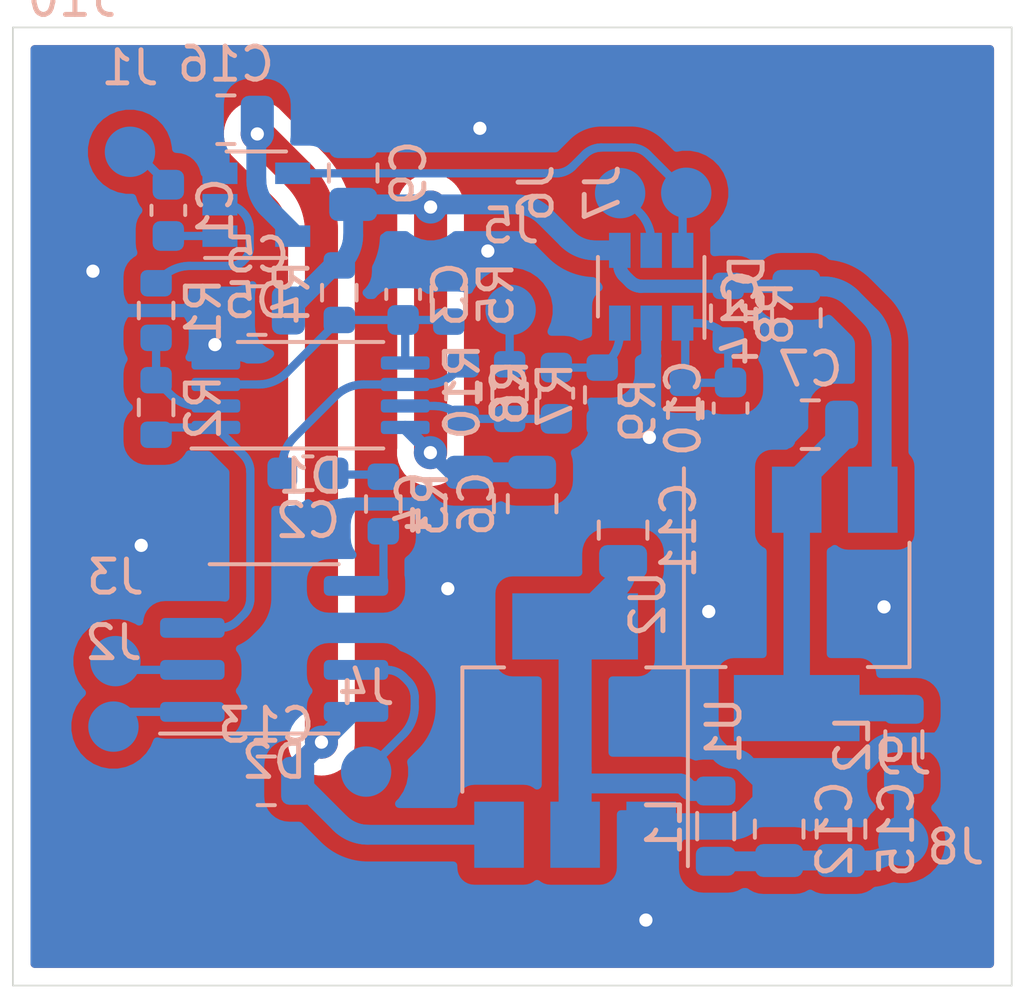
<source format=kicad_pcb>
(kicad_pcb (version 20171130) (host pcbnew 5.1.9+dfsg1-1+deb11u1)
  (layers (0 F.Cu signal) (31 B.Cu signal) (34 B.Paste user hide) (35 F.Paste user hide) (36 B.SilkS user hide) (37 F.SilkS user hide) (38 B.Mask user) (39 F.Mask user) (44 Edge.Cuts user))
  (net 0 "")
  (net 1 /Input)
  (net 2 "Net-(C1-Pad1)")
  (net 3 "Net-(C2-Pad2)")
  (net 4 "Net-(C2-Pad1)")
  (net 5 GND)
  (net 6 "Net-(C3-Pad1)")
  (net 7 /+5v)
  (net 8 "Net-(C8-Pad2)")
  (net 9 "Net-(C8-Pad1)")
  (net 10 "Net-(C10-Pad1)")
  (net 11 "Net-(C11-Pad1)")
  (net 12 /+12v)
  (net 13 /+3.3v)
  (net 14 "Net-(D1-Pad2)")
  (net 15 "Net-(D1-Pad1)")
  (net 16 "Net-(D2-Pad7)")
  (net 17 "Net-(D2-Pad2)")
  (net 18 "Net-(D2-Pad1)")
  (net 19 /Zero)
  (net 20 /Select)
  (net 21 "Net-(D5-Pad2)")
  (net 22 /AnalogOut)
  (net 23 "Net-(D2-Pad5)")
  (net 24 "Net-(C7-Pad1)")
  (module My-library:SMD-CONN (layer B.Cu) (at 37.07 52.31)
    (fp_text reference J10 (at 0 -2.54) (layer B.SilkS) (effects (justify mirror)))
    (fp_text value Conn)
    (pad 1 smd circle (at 0 0) (size 1.524 1.524) (layers B.Cu B.Paste B.Mask) (net 5 GND))
  )
  (module Package_TO_SOT_SMD:SOT-223-3_TabPin2 (layer B.Cu) (at 58.99 68.05 270)
    (fp_text reference U2 (at 0 4.5 90) (layer B.SilkS) (effects (justify mirror)))
    (fp_text value NCP1117-3.3)
    (pad 1 smd rect (at -3.15 2.3 270) (size 2 1.5) (layers B.Cu B.Paste B.Mask) (net 5 GND))
    (pad 3 smd rect (at -3.15 -2.3 270) (size 2 1.5) (layers B.Cu B.Paste B.Mask) (net 13 /+3.3v))
    (pad 2 smd rect (at -3.15 0 270) (size 2 1.5) (layers B.Cu B.Paste B.Mask) (net 24 "Net-(C7-Pad1)"))
    (pad 2 smd rect (at 3.15 0 270) (size 2 3.8) (layers B.Cu B.Paste B.Mask) (net 24 "Net-(C7-Pad1)"))
  )
  (module Package_TO_SOT_SMD:SOT-223-3_TabPin2 (layer B.Cu) (at 52.29 71.88 90)
    (fp_text reference U1 (at 0 4.5 90) (layer B.SilkS) (effects (justify mirror)))
    (fp_text value NCP1117-5.0)
    (pad 1 smd rect (at -3.15 2.3 90) (size 2 1.5) (layers B.Cu B.Paste B.Mask) (net 5 GND))
    (pad 3 smd rect (at -3.15 -2.3 90) (size 2 1.5) (layers B.Cu B.Paste B.Mask) (net 7 /+5v))
    (pad 2 smd rect (at -3.15 0 90) (size 2 1.5) (layers B.Cu B.Paste B.Mask) (net 11 "Net-(C11-Pad1)"))
    (pad 2 smd rect (at 3.15 0 90) (size 2 3.8) (layers B.Cu B.Paste B.Mask) (net 11 "Net-(C11-Pad1)"))
  )
  (module Capacitor_SMD:C_0805_2012Metric (layer B.Cu) (at 41.73 53.41 180)
    (fp_text reference C16 (at 0 1.68) (layer B.SilkS) (effects (justify mirror)))
    (fp_text value 22u)
    (pad 2 smd roundrect (at 0.95 0 180) (size 1 1.45) (layers B.Cu B.Paste B.Mask) (net 5 GND))
    (pad 1 smd roundrect (at -0.95 0 180) (size 1 1.45) (layers B.Cu B.Paste B.Mask) (net 7 /+5v))
  )
  (module Capacitor_SMD:C_0805_2012Metric (layer B.Cu) (at 49.1 65.02 270)
    (fp_text reference C4 (at 0 1.68 90) (layer B.SilkS) (effects (justify mirror)))
    (fp_text value .1u)
    (pad 2 smd roundrect (at 0.95 0 270) (size 1 1.45) (layers B.Cu B.Paste B.Mask) (net 5 GND))
    (pad 1 smd roundrect (at -0.95 0 270) (size 1 1.45) (layers B.Cu B.Paste B.Mask) (net 13 /+3.3v))
  )
  (module Capacitor_SMD:C_0805_2012Metric (layer B.Cu) (at 60.33 74.86 90)
    (fp_text reference C15 (at 0 1.68 90) (layer B.SilkS) (effects (justify mirror)))
    (fp_text value 10u)
    (pad 2 smd roundrect (at 0.95 0 90) (size 1 1.45) (layers B.Cu B.Paste B.Mask) (net 5 GND))
    (pad 1 smd roundrect (at -0.95 0 90) (size 1 1.45) (layers B.Cu B.Paste B.Mask) (net 12 /+12v))
  )
  (module Capacitor_SMD:C_0805_2012Metric (layer B.Cu) (at 59.4 62.63 180)
    (fp_text reference C7 (at 0 1.68) (layer B.SilkS) (effects (justify mirror)))
    (fp_text value 10u)
    (pad 2 smd roundrect (at 0.95 0 180) (size 1 1.45) (layers B.Cu B.Paste B.Mask) (net 5 GND))
    (pad 1 smd roundrect (at -0.95 0 180) (size 1 1.45) (layers B.Cu B.Paste B.Mask) (net 24 "Net-(C7-Pad1)"))
  )
  (module Inductor_SMD:L_0805_2012Metric (layer B.Cu) (at 62.23 72.3 270)
    (fp_text reference L2 (at 0 1.55 90) (layer B.SilkS) (effects (justify mirror)))
    (fp_text value 47u)
    (pad 2 smd roundrect (at 1.0625 0 270) (size 0.875 1.2) (layers B.Cu B.Paste B.Mask) (net 12 /+12v))
    (pad 1 smd roundrect (at -1.0625 0 270) (size 0.875 1.2) (layers B.Cu B.Paste B.Mask) (net 24 "Net-(C7-Pad1)"))
  )
  (module Capacitor_SMD:C_0603_1608Metric (layer B.Cu) (at 56.99 62.13 270)
    (fp_text reference C10 (at 0 1.43 90) (layer B.SilkS) (effects (justify mirror)))
    (fp_text value 1u)
    (pad 2 smd roundrect (at 0.775 0 270) (size 0.9 0.95) (layers B.Cu B.Paste B.Mask) (net 5 GND))
    (pad 1 smd roundrect (at -0.775 0 270) (size 0.9 0.95) (layers B.Cu B.Paste B.Mask) (net 10 "Net-(C10-Pad1)"))
  )
  (module Capacitor_SMD:C_0603_1608Metric (layer B.Cu) (at 51.72 61.68 270)
    (fp_text reference C8 (at 0 1.43 90) (layer B.SilkS) (effects (justify mirror)))
    (fp_text value 1.5n)
    (pad 2 smd roundrect (at 0.775 0 270) (size 0.9 0.95) (layers B.Cu B.Paste B.Mask) (net 8 "Net-(C8-Pad2)"))
    (pad 1 smd roundrect (at -0.775 0 270) (size 0.9 0.95) (layers B.Cu B.Paste B.Mask) (net 9 "Net-(C8-Pad1)"))
  )
  (module Capacitor_SMD:C_0603_1608Metric (layer B.Cu) (at 47.09 58.69 90)
    (fp_text reference C3 (at 0 1.43 90) (layer B.SilkS) (effects (justify mirror)))
    (fp_text value 1u)
    (pad 2 smd roundrect (at 0.775 0 90) (size 0.9 0.95) (layers B.Cu B.Paste B.Mask) (net 5 GND))
    (pad 1 smd roundrect (at -0.775 0 90) (size 0.9 0.95) (layers B.Cu B.Paste B.Mask) (net 6 "Net-(C3-Pad1)"))
  )
  (module Capacitor_SMD:C_0603_1608Metric (layer B.Cu) (at 44.21 64.1)
    (fp_text reference C2 (at 0 1.43) (layer B.SilkS) (effects (justify mirror)))
    (fp_text value 100n)
    (pad 2 smd roundrect (at 0.775 0) (size 0.9 0.95) (layers B.Cu B.Paste B.Mask) (net 3 "Net-(C2-Pad2)"))
    (pad 1 smd roundrect (at -0.775 0) (size 0.9 0.95) (layers B.Cu B.Paste B.Mask) (net 4 "Net-(C2-Pad1)"))
  )
  (module Capacitor_SMD:C_0603_1608Metric (layer B.Cu) (at 39.99 56.15 90)
    (fp_text reference C1 (at 0 1.43 90) (layer B.SilkS) (effects (justify mirror)))
    (fp_text value 1.5n)
    (pad 2 smd roundrect (at 0.775 0 90) (size 0.9 0.95) (layers B.Cu B.Paste B.Mask) (net 1 /Input))
    (pad 1 smd roundrect (at -0.775 0 90) (size 0.9 0.95) (layers B.Cu B.Paste B.Mask) (net 2 "Net-(C1-Pad1)"))
  )
  (module Resistor_SMD:R_0603_1608Metric (layer B.Cu) (at 50.31 61.63 270)
    (fp_text reference R10 (at 0 1.43 90) (layer B.SilkS) (effects (justify mirror)))
    (fp_text value 50)
    (pad 2 smd roundrect (at 0.825 0 270) (size 0.8 0.95) (layers B.Cu B.Paste B.Mask) (net 8 "Net-(C8-Pad2)"))
    (pad 1 smd roundrect (at -0.825 0 270) (size 0.8 0.95) (layers B.Cu B.Paste B.Mask) (net 22 /AnalogOut))
  )
  (module Resistor_SMD:R_0603_1608Metric (layer B.Cu) (at 55.62 62.19 270)
    (fp_text reference R9 (at 0 1.43 90) (layer B.SilkS) (effects (justify mirror)))
    (fp_text value 5.1k)
    (pad 2 smd roundrect (at 0.825 0 270) (size 0.8 0.95) (layers B.Cu B.Paste B.Mask) (net 5 GND))
    (pad 1 smd roundrect (at -0.825 0 270) (size 0.8 0.95) (layers B.Cu B.Paste B.Mask) (net 10 "Net-(C10-Pad1)"))
  )
  (module Resistor_SMD:R_0603_1608Metric (layer B.Cu) (at 56.92 59.26 90)
    (fp_text reference R8 (at 0 1.43 90) (layer B.SilkS) (effects (justify mirror)))
    (fp_text value 100k)
    (pad 2 smd roundrect (at 0.825 0 90) (size 0.8 0.95) (layers B.Cu B.Paste B.Mask) (net 13 /+3.3v))
    (pad 1 smd roundrect (at -0.825 0 90) (size 0.8 0.95) (layers B.Cu B.Paste B.Mask) (net 10 "Net-(C10-Pad1)"))
  )
  (module Resistor_SMD:R_0603_1608Metric (layer B.Cu) (at 53.11 61.73 270)
    (fp_text reference R7 (at 0 1.43 90) (layer B.SilkS) (effects (justify mirror)))
    (fp_text value 10k)
    (pad 2 smd roundrect (at 0.825 0 270) (size 0.8 0.95) (layers B.Cu B.Paste B.Mask) (net 5 GND))
    (pad 1 smd roundrect (at -0.825 0 270) (size 0.8 0.95) (layers B.Cu B.Paste B.Mask) (net 9 "Net-(C8-Pad1)"))
  )
  (module Resistor_SMD:R_0603_1608Metric (layer B.Cu) (at 48.91 61.63 90)
    (fp_text reference R6 (at 0 1.43 90) (layer B.SilkS) (effects (justify mirror)))
    (fp_text value 100k)
    (pad 2 smd roundrect (at 0.825 0 90) (size 0.8 0.95) (layers B.Cu B.Paste B.Mask) (net 4 "Net-(C2-Pad1)"))
    (pad 1 smd roundrect (at -0.825 0 90) (size 0.8 0.95) (layers B.Cu B.Paste B.Mask) (net 8 "Net-(C8-Pad2)"))
  )
  (module Resistor_SMD:R_0603_1608Metric (layer B.Cu) (at 48.47 58.69 90)
    (fp_text reference R5 (at 0 1.43 90) (layer B.SilkS) (effects (justify mirror)))
    (fp_text value 100k)
    (pad 2 smd roundrect (at 0.825 0 90) (size 0.8 0.95) (layers B.Cu B.Paste B.Mask) (net 5 GND))
    (pad 1 smd roundrect (at -0.825 0 90) (size 0.8 0.95) (layers B.Cu B.Paste B.Mask) (net 6 "Net-(C3-Pad1)"))
  )
  (module Resistor_SMD:R_0603_1608Metric (layer B.Cu) (at 45.16 58.64 270)
    (fp_text reference R4 (at 0 1.43 90) (layer B.SilkS) (effects (justify mirror)))
    (fp_text value 100k)
    (pad 2 smd roundrect (at 0.825 0 270) (size 0.8 0.95) (layers B.Cu B.Paste B.Mask) (net 6 "Net-(C3-Pad1)"))
    (pad 1 smd roundrect (at -0.825 0 270) (size 0.8 0.95) (layers B.Cu B.Paste B.Mask) (net 13 /+3.3v))
  )
  (module Resistor_SMD:R_0603_1608Metric (layer B.Cu) (at 46.49 65.03 90)
    (fp_text reference R3 (at 0 1.43 90) (layer B.SilkS) (effects (justify mirror)))
    (fp_text value 10k)
    (pad 2 smd roundrect (at 0.825 0 90) (size 0.8 0.95) (layers B.Cu B.Paste B.Mask) (net 3 "Net-(C2-Pad2)"))
    (pad 1 smd roundrect (at -0.825 0 90) (size 0.8 0.95) (layers B.Cu B.Paste B.Mask) (net 23 "Net-(D2-Pad5)"))
  )
  (module Resistor_SMD:R_0603_1608Metric (layer B.Cu) (at 39.62 62.11 90)
    (fp_text reference R2 (at 0 1.43 90) (layer B.SilkS) (effects (justify mirror)))
    (fp_text value 3M)
    (pad 2 smd roundrect (at 0.825 0 90) (size 0.8 0.95) (layers B.Cu B.Paste B.Mask) (net 14 "Net-(D1-Pad2)"))
    (pad 1 smd roundrect (at -0.825 0 90) (size 0.8 0.95) (layers B.Cu B.Paste B.Mask) (net 15 "Net-(D1-Pad1)"))
  )
  (module Resistor_SMD:R_0603_1608Metric (layer B.Cu) (at 39.62 59.18 90)
    (fp_text reference R1 (at 0 1.43 90) (layer B.SilkS) (effects (justify mirror)))
    (fp_text value 10k)
    (pad 2 smd roundrect (at 0.825 0 90) (size 0.8 0.95) (layers B.Cu B.Paste B.Mask) (net 21 "Net-(D5-Pad2)"))
    (pad 1 smd roundrect (at -0.825 0 90) (size 0.8 0.95) (layers B.Cu B.Paste B.Mask) (net 14 "Net-(D1-Pad2)"))
  )
  (module Package_SO:SOIC-8_3.9x4.9mm_P1.27mm (layer B.Cu) (at 43.19 69.41)
    (fp_text reference D2 (at 0 3.4) (layer B.SilkS) (effects (justify mirror)))
    (fp_text value X9C103)
    (pad 8 smd roundrect (at 2.475 1.905) (size 1.95 0.6) (layers B.Cu B.Paste B.Mask) (net 7 /+5v))
    (pad 7 smd roundrect (at 2.475 0.635) (size 1.95 0.6) (layers B.Cu B.Paste B.Mask) (net 16 "Net-(D2-Pad7)"))
    (pad 6 smd roundrect (at 2.475 -0.635) (size 1.95 0.6) (layers B.Cu B.Paste B.Mask) (net 5 GND))
    (pad 5 smd roundrect (at 2.475 -1.905) (size 1.95 0.6) (layers B.Cu B.Paste B.Mask) (net 23 "Net-(D2-Pad5)"))
    (pad 4 smd roundrect (at -2.475 -1.905) (size 1.95 0.6) (layers B.Cu B.Paste B.Mask) (net 5 GND))
    (pad 3 smd roundrect (at -2.475 -0.635) (size 1.95 0.6) (layers B.Cu B.Paste B.Mask) (net 15 "Net-(D1-Pad1)"))
    (pad 2 smd roundrect (at -2.475 0.635) (size 1.95 0.6) (layers B.Cu B.Paste B.Mask) (net 17 "Net-(D2-Pad2)"))
    (pad 1 smd roundrect (at -2.475 1.905) (size 1.95 0.6) (layers B.Cu B.Paste B.Mask) (net 18 "Net-(D2-Pad1)"))
  )
  (module Capacitor_SMD:C_0805_2012Metric (layer B.Cu) (at 58.98 59.4 270)
    (fp_text reference C14 (at 0 1.68 90) (layer B.SilkS) (effects (justify mirror)))
    (fp_text value 1u)
    (pad 2 smd roundrect (at 0.95 0 270) (size 1 1.45) (layers B.Cu B.Paste B.Mask) (net 5 GND))
    (pad 1 smd roundrect (at -0.95 0 270) (size 1 1.45) (layers B.Cu B.Paste B.Mask) (net 13 /+3.3v))
  )
  (module Capacitor_SMD:C_0805_2012Metric (layer B.Cu) (at 42.95 73.4 180)
    (fp_text reference C13 (at 0 1.68) (layer B.SilkS) (effects (justify mirror)))
    (fp_text value .1u)
    (pad 2 smd roundrect (at 0.95 0 180) (size 1 1.45) (layers B.Cu B.Paste B.Mask) (net 5 GND))
    (pad 1 smd roundrect (at -0.95 0 180) (size 1 1.45) (layers B.Cu B.Paste B.Mask) (net 7 /+5v))
  )
  (module Capacitor_SMD:C_0805_2012Metric (layer B.Cu) (at 58.46 74.86 90)
    (fp_text reference C12 (at 0 1.68 90) (layer B.SilkS) (effects (justify mirror)))
    (fp_text value 10u)
    (pad 2 smd roundrect (at 0.95 0 90) (size 1 1.45) (layers B.Cu B.Paste B.Mask) (net 5 GND))
    (pad 1 smd roundrect (at -0.95 0 90) (size 1 1.45) (layers B.Cu B.Paste B.Mask) (net 12 /+12v))
  )
  (module Capacitor_SMD:C_0805_2012Metric (layer B.Cu) (at 53.74 65.82 90)
    (fp_text reference C11 (at 0 1.68 90) (layer B.SilkS) (effects (justify mirror)))
    (fp_text value 10u)
    (pad 2 smd roundrect (at 0.95 0 90) (size 1 1.45) (layers B.Cu B.Paste B.Mask) (net 5 GND))
    (pad 1 smd roundrect (at -0.95 0 90) (size 1 1.45) (layers B.Cu B.Paste B.Mask) (net 11 "Net-(C11-Pad1)"))
  )
  (module Capacitor_SMD:C_0805_2012Metric (layer B.Cu) (at 45.58 55.02 90)
    (fp_text reference C9 (at 0 1.68 90) (layer B.SilkS) (effects (justify mirror)))
    (fp_text value 22u)
    (pad 2 smd roundrect (at 0.95 0 90) (size 1 1.45) (layers B.Cu B.Paste B.Mask) (net 5 GND))
    (pad 1 smd roundrect (at -0.95 0 90) (size 1 1.45) (layers B.Cu B.Paste B.Mask) (net 13 /+3.3v))
  )
  (module Capacitor_SMD:C_0805_2012Metric (layer B.Cu) (at 50.99 65.02 270)
    (fp_text reference C6 (at 0 1.68 90) (layer B.SilkS) (effects (justify mirror)))
    (fp_text value .1u)
    (pad 2 smd roundrect (at 0.95 0 270) (size 1 1.45) (layers B.Cu B.Paste B.Mask) (net 5 GND))
    (pad 1 smd roundrect (at -0.95 0 270) (size 1 1.45) (layers B.Cu B.Paste B.Mask) (net 13 /+3.3v))
  )
  (module Capacitor_SMD:C_0805_2012Metric (layer B.Cu) (at 42.67 59.18 180)
    (fp_text reference C5 (at 0 1.68) (layer B.SilkS) (effects (justify mirror)))
    (fp_text value .1u)
    (pad 2 smd roundrect (at 0.95 0 180) (size 1 1.45) (layers B.Cu B.Paste B.Mask) (net 5 GND))
    (pad 1 smd roundrect (at -0.95 0 180) (size 1 1.45) (layers B.Cu B.Paste B.Mask) (net 13 /+3.3v))
  )
  (module Inductor_SMD:L_0805_2012Metric (layer B.Cu) (at 56.54 74.77 270)
    (fp_text reference L1 (at 0 1.55 90) (layer B.SilkS) (effects (justify mirror)))
    (fp_text value 47u)
    (pad 2 smd roundrect (at 1.0625 0 270) (size 0.875 1.2) (layers B.Cu B.Paste B.Mask) (net 12 /+12v))
    (pad 1 smd roundrect (at -1.0625 0 270) (size 0.875 1.2) (layers B.Cu B.Paste B.Mask) (net 11 "Net-(C11-Pad1)"))
  )
  (module My-library:SMD-CONN (layer B.Cu) (at 62.21 75.22)
    (fp_text reference J9 (at 0 -2.54) (layer B.SilkS) (effects (justify mirror)))
    (fp_text value Conn)
    (pad 1 smd circle (at 0 0) (size 1.524 1.524) (layers B.Cu B.Paste B.Mask) (net 12 /+12v))
  )
  (module My-library:SMD-CONN (layer B.Cu) (at 63.8 77.94)
    (fp_text reference J8 (at 0 -2.54) (layer B.SilkS) (effects (justify mirror)))
    (fp_text value Conn)
    (pad 1 smd circle (at 0 0) (size 1.524 1.524) (layers B.Cu B.Paste B.Mask) (net 5 GND))
  )
  (module My-library:SMD-CONN (layer B.Cu) (at 55.65 55.62 90)
    (fp_text reference J7 (at 0 -2.54 90) (layer B.SilkS) (effects (justify mirror)))
    (fp_text value Conn)
    (pad 1 smd circle (at 0 0 90) (size 1.524 1.524) (layers B.Cu B.Paste B.Mask) (net 20 /Select))
  )
  (module My-library:SMD-CONN (layer B.Cu) (at 53.65 55.63 90)
    (fp_text reference J6 (at 0 -2.54 90) (layer B.SilkS) (effects (justify mirror)))
    (fp_text value Conn)
    (pad 1 smd circle (at 0 0 90) (size 1.524 1.524) (layers B.Cu B.Paste B.Mask) (net 19 /Zero))
  )
  (module My-library:SMD-CONN (layer B.Cu) (at 50.34 59.16)
    (fp_text reference J5 (at 0 -2.54) (layer B.SilkS) (effects (justify mirror)))
    (fp_text value Conn)
    (pad 1 smd circle (at 0 0) (size 1.524 1.524) (layers B.Cu B.Paste B.Mask) (net 22 /AnalogOut))
  )
  (module My-library:SMD-CONN (layer B.Cu) (at 45.97 73.12)
    (fp_text reference J4 (at 0 -2.54) (layer B.SilkS) (effects (justify mirror)))
    (fp_text value Conn)
    (pad 1 smd circle (at 0 0) (size 1.524 1.524) (layers B.Cu B.Paste B.Mask) (net 16 "Net-(D2-Pad7)"))
  )
  (module My-library:SMD-CONN (layer B.Cu) (at 38.39 69.78)
    (fp_text reference J3 (at 0 -2.54) (layer B.SilkS) (effects (justify mirror)))
    (fp_text value Conn)
    (pad 1 smd circle (at 0 0) (size 1.524 1.524) (layers B.Cu B.Paste B.Mask) (net 17 "Net-(D2-Pad2)"))
  )
  (module My-library:SMD-CONN (layer B.Cu) (at 38.33 71.76)
    (fp_text reference J2 (at 0 -2.54) (layer B.SilkS) (effects (justify mirror)))
    (fp_text value Conn)
    (pad 1 smd circle (at 0 0) (size 1.524 1.524) (layers B.Cu B.Paste B.Mask) (net 18 "Net-(D2-Pad1)"))
  )
  (module My-library:SMD-CONN (layer B.Cu) (at 38.83 54.38)
    (fp_text reference J1 (at 0 -2.54) (layer B.SilkS) (effects (justify mirror)))
    (fp_text value Conn)
    (pad 1 smd circle (at 0 0) (size 1.524 1.524) (layers B.Cu B.Paste B.Mask) (net 1 /Input))
  )
  (module Package_TO_SOT_SMD:SOT-23-5 (layer B.Cu) (at 42.65 55.98)
    (fp_text reference D5 (at 0 2.9) (layer B.SilkS) (effects (justify mirror)))
    (fp_text value TS5A4595)
    (pad 5 smd rect (at 1.1 0.95) (size 1.06 0.65) (layers B.Cu B.Paste B.Mask) (net 7 /+5v))
    (pad 4 smd rect (at 1.1 -0.95) (size 1.06 0.65) (layers B.Cu B.Paste B.Mask) (net 20 /Select))
    (pad 3 smd rect (at -1.1 -0.95) (size 1.06 0.65) (layers B.Cu B.Paste B.Mask) (net 5 GND))
    (pad 2 smd rect (at -1.1 0) (size 1.06 0.65) (layers B.Cu B.Paste B.Mask) (net 21 "Net-(D5-Pad2)"))
    (pad 1 smd rect (at -1.1 0.95) (size 1.06 0.65) (layers B.Cu B.Paste B.Mask) (net 2 "Net-(C1-Pad1)"))
  )
  (module Package_TO_SOT_SMD:SOT-23-6 (layer B.Cu) (at 54.59 58.46 90)
    (fp_text reference D3 (at 0 2.9 90) (layer B.SilkS) (effects (justify mirror)))
    (fp_text value TLV3501)
    (pad 5 smd rect (at 1.1 0 90) (size 1.06 0.65) (layers B.Cu B.Paste B.Mask) (net 19 /Zero))
    (pad 6 smd rect (at 1.1 0.95 90) (size 1.06 0.65) (layers B.Cu B.Paste B.Mask) (net 20 /Select))
    (pad 4 smd rect (at 1.1 -0.95 90) (size 1.06 0.65) (layers B.Cu B.Paste B.Mask) (net 13 /+3.3v))
    (pad 3 smd rect (at -1.1 -0.95 90) (size 1.06 0.65) (layers B.Cu B.Paste B.Mask) (net 9 "Net-(C8-Pad1)"))
    (pad 2 smd rect (at -1.1 0 90) (size 1.06 0.65) (layers B.Cu B.Paste B.Mask) (net 5 GND))
    (pad 1 smd rect (at -1.1 0.95 90) (size 1.06 0.65) (layers B.Cu B.Paste B.Mask) (net 10 "Net-(C10-Pad1)"))
  )
  (module Package_SO:TSSOP-8_4.4x3mm_P0.65mm (layer B.Cu) (at 44.29 61.74)
    (fp_text reference D1 (at 0 2.45) (layer B.SilkS) (effects (justify mirror)))
    (fp_text value MAX4477)
    (pad 8 smd roundrect (at 2.8625 0.975) (size 1.475 0.4) (layers B.Cu B.Paste B.Mask) (net 13 /+3.3v))
    (pad 7 smd roundrect (at 2.8625 0.325) (size 1.475 0.4) (layers B.Cu B.Paste B.Mask) (net 8 "Net-(C8-Pad2)"))
    (pad 6 smd roundrect (at 2.8625 -0.325) (size 1.475 0.4) (layers B.Cu B.Paste B.Mask) (net 4 "Net-(C2-Pad1)"))
    (pad 5 smd roundrect (at 2.8625 -0.975) (size 1.475 0.4) (layers B.Cu B.Paste B.Mask) (net 6 "Net-(C3-Pad1)"))
    (pad 4 smd roundrect (at -2.8625 -0.975) (size 1.475 0.4) (layers B.Cu B.Paste B.Mask) (net 5 GND))
    (pad 3 smd roundrect (at -2.8625 -0.325) (size 1.475 0.4) (layers B.Cu B.Paste B.Mask) (net 6 "Net-(C3-Pad1)"))
    (pad 2 smd roundrect (at -2.8625 0.325) (size 1.475 0.4) (layers B.Cu B.Paste B.Mask) (net 14 "Net-(D1-Pad2)"))
    (pad 1 smd roundrect (at -2.8625 0.975) (size 1.475 0.4) (layers B.Cu B.Paste B.Mask) (net 15 "Net-(D1-Pad1)"))
  )
  (gr_line (start 35.29 79.59) (end 35.29 50.62) (layer Edge.Cuts) (width 0.05))
  (gr_line (start 65.49 79.59) (end 35.29 79.59) (layer Edge.Cuts) (width 0.05))
  (gr_line (start 65.49 50.62) (end 65.49 79.59) (layer Edge.Cuts) (width 0.05))
  (gr_line (start 35.29 50.62) (end 65.49 50.62) (layer Edge.Cuts) (width 0.05))
  (segment (start 38.995 54.38) (end 39.99 55.375) (width 0.25) (layer B.Cu) (net 1))
  (segment (start 38.83 54.38) (end 38.995 54.38) (width 0.25) (layer B.Cu) (net 1))
  (segment (start 41.545 56.925) (end 41.55 56.93) (width 0.25) (layer B.Cu) (net 2))
  (segment (start 39.99 56.925) (end 41.545 56.925) (width 0.25) (layer B.Cu) (net 2))
  (segment (start 46.415 64.14) (end 46.49 64.215) (width 0.25) (layer B.Cu) (net 3))
  (segment (start 44.985 64.14) (end 46.415 64.14) (width 0.25) (layer B.Cu) (net 3))
  (segment (start 43.435 63.875) (end 43.435 64.14) (width 0.25) (layer B.Cu) (net 4))
  (segment (start 43.435 63.875) (end 43.436453 63.81577) (width 0.25) (layer B.Cu) (net 4))
  (segment (start 43.436453 63.81577) (end 43.440812 63.756682) (width 0.25) (layer B.Cu) (net 4))
  (segment (start 43.440812 63.756682) (end 43.448064 63.69788) (width 0.25) (layer B.Cu) (net 4))
  (segment (start 43.448064 63.69788) (end 43.458193 63.639504) (width 0.25) (layer B.Cu) (net 4))
  (segment (start 43.458193 63.639504) (end 43.471175 63.581696) (width 0.25) (layer B.Cu) (net 4))
  (segment (start 43.471175 63.581696) (end 43.486977 63.524595) (width 0.25) (layer B.Cu) (net 4))
  (segment (start 43.486977 63.524595) (end 43.505562 63.468337) (width 0.25) (layer B.Cu) (net 4))
  (segment (start 43.505562 63.468337) (end 43.526885 63.413059) (width 0.25) (layer B.Cu) (net 4))
  (segment (start 43.526885 63.413059) (end 43.550894 63.358894) (width 0.25) (layer B.Cu) (net 4))
  (segment (start 43.550894 63.358894) (end 43.577533 63.305973) (width 0.25) (layer B.Cu) (net 4))
  (segment (start 43.577533 63.305973) (end 43.606736 63.254422) (width 0.25) (layer B.Cu) (net 4))
  (segment (start 43.606736 63.254422) (end 43.638433 63.204366) (width 0.25) (layer B.Cu) (net 4))
  (segment (start 43.638433 63.204366) (end 43.672548 63.155926) (width 0.25) (layer B.Cu) (net 4))
  (segment (start 43.672548 63.155926) (end 43.709 63.109218) (width 0.25) (layer B.Cu) (net 4))
  (segment (start 43.709 63.109218) (end 43.747699 63.064355) (width 0.25) (layer B.Cu) (net 4))
  (segment (start 43.747699 63.064355) (end 43.788553 63.021446) (width 0.25) (layer B.Cu) (net 4))
  (segment (start 45.895 61.415) (end 47.1525 61.415) (width 0.25) (layer B.Cu) (net 4))
  (segment (start 45.895 61.415) (end 45.83577 61.416453) (width 0.25) (layer B.Cu) (net 4))
  (segment (start 45.83577 61.416453) (end 45.776682 61.420812) (width 0.25) (layer B.Cu) (net 4))
  (segment (start 45.776682 61.420812) (end 45.71788 61.428064) (width 0.25) (layer B.Cu) (net 4))
  (segment (start 45.71788 61.428064) (end 45.659504 61.438193) (width 0.25) (layer B.Cu) (net 4))
  (segment (start 45.659504 61.438193) (end 45.601696 61.451175) (width 0.25) (layer B.Cu) (net 4))
  (segment (start 45.601696 61.451175) (end 45.544595 61.466977) (width 0.25) (layer B.Cu) (net 4))
  (segment (start 45.544595 61.466977) (end 45.488337 61.485562) (width 0.25) (layer B.Cu) (net 4))
  (segment (start 45.488337 61.485562) (end 45.433059 61.506885) (width 0.25) (layer B.Cu) (net 4))
  (segment (start 45.433059 61.506885) (end 45.378894 61.530894) (width 0.25) (layer B.Cu) (net 4))
  (segment (start 45.378894 61.530894) (end 45.325973 61.557533) (width 0.25) (layer B.Cu) (net 4))
  (segment (start 45.325973 61.557533) (end 45.274422 61.586736) (width 0.25) (layer B.Cu) (net 4))
  (segment (start 45.274422 61.586736) (end 45.224366 61.618433) (width 0.25) (layer B.Cu) (net 4))
  (segment (start 45.224366 61.618433) (end 45.175926 61.652548) (width 0.25) (layer B.Cu) (net 4))
  (segment (start 45.175926 61.652548) (end 45.129218 61.689) (width 0.25) (layer B.Cu) (net 4))
  (segment (start 45.129218 61.689) (end 45.084355 61.727699) (width 0.25) (layer B.Cu) (net 4))
  (segment (start 45.084355 61.727699) (end 45.041446 61.768553) (width 0.25) (layer B.Cu) (net 4))
  (segment (start 45.041446 61.768553) (end 43.788553 63.021446) (width 0.25) (layer B.Cu) (net 4))
  (segment (start 48.653553 61.061446) (end 48.91 60.805) (width 0.25) (layer B.Cu) (net 4))
  (segment (start 48.653553 61.061446) (end 48.610642 61.102299) (width 0.25) (layer B.Cu) (net 4))
  (segment (start 48.610642 61.102299) (end 48.565779 61.140998) (width 0.25) (layer B.Cu) (net 4))
  (segment (start 48.565779 61.140998) (end 48.519072 61.177449) (width 0.25) (layer B.Cu) (net 4))
  (segment (start 48.519072 61.177449) (end 48.470632 61.211565) (width 0.25) (layer B.Cu) (net 4))
  (segment (start 48.470632 61.211565) (end 48.420576 61.243262) (width 0.25) (layer B.Cu) (net 4))
  (segment (start 48.420576 61.243262) (end 48.369025 61.272465) (width 0.25) (layer B.Cu) (net 4))
  (segment (start 48.369025 61.272465) (end 48.316104 61.299104) (width 0.25) (layer B.Cu) (net 4))
  (segment (start 48.316104 61.299104) (end 48.261939 61.323113) (width 0.25) (layer B.Cu) (net 4))
  (segment (start 48.261939 61.323113) (end 48.206661 61.344436) (width 0.25) (layer B.Cu) (net 4))
  (segment (start 48.206661 61.344436) (end 48.150404 61.363021) (width 0.25) (layer B.Cu) (net 4))
  (segment (start 48.150404 61.363021) (end 48.093302 61.378824) (width 0.25) (layer B.Cu) (net 4))
  (segment (start 48.093302 61.378824) (end 48.035494 61.391805) (width 0.25) (layer B.Cu) (net 4))
  (segment (start 48.035494 61.391805) (end 47.977119 61.401934) (width 0.25) (layer B.Cu) (net 4))
  (segment (start 47.977119 61.401934) (end 47.918317 61.409186) (width 0.25) (layer B.Cu) (net 4))
  (segment (start 47.918317 61.409186) (end 47.859229 61.413545) (width 0.25) (layer B.Cu) (net 4))
  (segment (start 47.859229 61.413545) (end 47.8 61.415) (width 0.25) (layer B.Cu) (net 4))
  (segment (start 47.8 61.415) (end 47.1525 61.415) (width 0.25) (layer B.Cu) (net 4))
  (segment (start 54.535 63.015) (end 54.535 63.015) (width 0.25) (layer B.Cu) (net 5))
  (segment (start 53.15 63.015) (end 54.535 63.015) (width 0.25) (layer B.Cu) (net 5))
  (via (at 49.65 57.38) (size 0.8) (drill 0.4) (layers F.Cu B.Cu) (net 5))
  (via (at 49.41 53.67) (size 0.8) (drill 0.4) (layers F.Cu B.Cu) (net 5))
  (segment (start 54.59 62.96) (end 54.535 63.015) (width 0.25) (layer B.Cu) (net 5))
  (segment (start 54.59 59.56) (end 54.59 62.96) (width 0.6) (layer B.Cu) (net 5))
  (segment (start 54.535 63.015) (end 55.88 63.015) (width 0.25) (layer B.Cu) (net 5))
  (via (at 54.535 63.015) (size 0.8) (drill 0.4) (layers F.Cu B.Cu) (net 5))
  (via (at 39.17 66.28) (size 0.8) (drill 0.4) (layers F.Cu B.Cu) (net 5))
  (via (at 37.71 57.99) (size 0.8) (drill 0.4) (layers F.Cu B.Cu) (net 5))
  (via (at 41.4 60.21) (size 0.8) (drill 0.4) (layers F.Cu B.Cu) (net 5))
  (segment (start 41.72 59.18) (end 38.9 59.18) (width 0.4) (layer B.Cu) (net 5))
  (segment (start 41.4275 60.2375) (end 41.4 60.21) (width 0.25) (layer B.Cu) (net 5))
  (segment (start 41.4275 60.765) (end 41.4275 60.2375) (width 0.25) (layer B.Cu) (net 5))
  (segment (start 38.9 59.18) (end 38.03 59.18) (width 0.4) (layer B.Cu) (net 5))
  (segment (start 37.71 58.86) (end 37.71 57.99) (width 0.25) (layer B.Cu) (net 5))
  (segment (start 38.03 59.18) (end 37.71 58.86) (width 0.25) (layer B.Cu) (net 5))
  (segment (start 58.51 73.74) (end 58.5 73.75) (width 0.25) (layer B.Cu) (net 5))
  (segment (start 60.35 73.74) (end 58.51 73.74) (width 0.25) (layer B.Cu) (net 5))
  (segment (start 60.35 73.74) (end 60.35 73.52) (width 0.25) (layer B.Cu) (net 5))
  (segment (start 40.78 54.26) (end 41.55 55.03) (width 0.25) (layer B.Cu) (net 5))
  (segment (start 40.78 53.41) (end 40.78 54.26) (width 0.25) (layer B.Cu) (net 5))
  (via (at 61.63 68.14) (size 0.8) (drill 0.4) (layers F.Cu B.Cu) (net 5))
  (via (at 56.33 68.28) (size 0.8) (drill 0.4) (layers F.Cu B.Cu) (net 5))
  (via (at 48.44 67.59) (size 0.8) (drill 0.4) (layers F.Cu B.Cu) (net 5))
  (segment (start 61.417867 72.452132) (end 60.35 73.52) (width 0.6) (layer B.Cu) (net 5))
  (segment (start 61.417867 72.452132) (end 61.443612 72.427619) (width 0.6) (layer B.Cu) (net 5))
  (segment (start 61.443612 72.427619) (end 61.47053 72.4044) (width 0.6) (layer B.Cu) (net 5))
  (segment (start 61.47053 72.4044) (end 61.498555 72.382529) (width 0.6) (layer B.Cu) (net 5))
  (segment (start 61.498555 72.382529) (end 61.527619 72.36206) (width 0.6) (layer B.Cu) (net 5))
  (segment (start 61.527619 72.36206) (end 61.557653 72.343041) (width 0.6) (layer B.Cu) (net 5))
  (segment (start 61.557653 72.343041) (end 61.588583 72.325519) (width 0.6) (layer B.Cu) (net 5))
  (segment (start 61.588583 72.325519) (end 61.620336 72.309536) (width 0.6) (layer B.Cu) (net 5))
  (segment (start 61.620336 72.309536) (end 61.652835 72.295131) (width 0.6) (layer B.Cu) (net 5))
  (segment (start 61.652835 72.295131) (end 61.686002 72.282337) (width 0.6) (layer B.Cu) (net 5))
  (segment (start 61.686002 72.282337) (end 61.719756 72.271186) (width 0.6) (layer B.Cu) (net 5))
  (segment (start 61.719756 72.271186) (end 61.754017 72.261705) (width 0.6) (layer B.Cu) (net 5))
  (segment (start 61.754017 72.261705) (end 61.788702 72.253916) (width 0.6) (layer B.Cu) (net 5))
  (segment (start 61.788702 72.253916) (end 61.823728 72.247838) (width 0.6) (layer B.Cu) (net 5))
  (segment (start 61.823728 72.247838) (end 61.859009 72.243487) (width 0.6) (layer B.Cu) (net 5))
  (segment (start 61.859009 72.243487) (end 61.894461 72.240872) (width 0.6) (layer B.Cu) (net 5))
  (segment (start 61.894461 72.240872) (end 61.93 72.24) (width 0.6) (layer B.Cu) (net 5))
  (segment (start 61.93 72.24) (end 63.49 72.24) (width 0.6) (layer B.Cu) (net 5))
  (segment (start 56.69 66.3) (end 56.69 64.9) (width 0.25) (layer B.Cu) (net 5))
  (segment (start 55.01 67.98) (end 56.69 66.3) (width 0.25) (layer B.Cu) (net 5))
  (segment (start 55.01 71.86) (end 55.01 67.98) (width 0.6) (layer B.Cu) (net 5))
  (segment (start 58.35 73.75) (end 58.5 73.75) (width 0.25) (layer B.Cu) (net 5))
  (segment (start 54.84 74.78) (end 54.59 75.03) (width 0.25) (layer B.Cu) (net 5))
  (segment (start 57.532132 74.567867) (end 58.35 73.75) (width 0.8) (layer B.Cu) (net 5))
  (segment (start 57.532132 74.567867) (end 57.506385 74.592379) (width 0.8) (layer B.Cu) (net 5))
  (segment (start 57.506385 74.592379) (end 57.479468 74.615598) (width 0.8) (layer B.Cu) (net 5))
  (segment (start 57.479468 74.615598) (end 57.451443 74.637469) (width 0.8) (layer B.Cu) (net 5))
  (segment (start 57.451443 74.637469) (end 57.422379 74.657938) (width 0.8) (layer B.Cu) (net 5))
  (segment (start 57.422379 74.657938) (end 57.392346 74.676957) (width 0.8) (layer B.Cu) (net 5))
  (segment (start 57.392346 74.676957) (end 57.361415 74.694478) (width 0.8) (layer B.Cu) (net 5))
  (segment (start 57.361415 74.694478) (end 57.329662 74.710462) (width 0.8) (layer B.Cu) (net 5))
  (segment (start 57.329662 74.710462) (end 57.297163 74.724867) (width 0.8) (layer B.Cu) (net 5))
  (segment (start 57.297163 74.724867) (end 57.263997 74.737661) (width 0.8) (layer B.Cu) (net 5))
  (segment (start 57.263997 74.737661) (end 57.230242 74.748812) (width 0.8) (layer B.Cu) (net 5))
  (segment (start 57.230242 74.748812) (end 57.195981 74.758293) (width 0.8) (layer B.Cu) (net 5))
  (segment (start 57.195981 74.758293) (end 57.161296 74.766082) (width 0.8) (layer B.Cu) (net 5))
  (segment (start 57.161296 74.766082) (end 57.126271 74.77216) (width 0.8) (layer B.Cu) (net 5))
  (segment (start 57.126271 74.77216) (end 57.09099 74.776511) (width 0.8) (layer B.Cu) (net 5))
  (segment (start 57.09099 74.776511) (end 57.055537 74.779126) (width 0.8) (layer B.Cu) (net 5))
  (segment (start 57.055537 74.779126) (end 57.02 74.78) (width 0.8) (layer B.Cu) (net 5))
  (segment (start 57.02 74.78) (end 54.84 74.78) (width 0.8) (layer B.Cu) (net 5))
  (segment (start 45.665 68.775) (end 44.295 68.775) (width 0.4) (layer B.Cu) (net 5))
  (segment (start 44.295 68.775) (end 43.86 68.34) (width 0.4) (layer B.Cu) (net 5))
  (segment (start 43.86 68.34) (end 43.86 65.8) (width 0.4) (layer B.Cu) (net 5))
  (via (at 54.43 77.61) (size 0.8) (drill 0.4) (layers F.Cu B.Cu) (net 5))
  (segment (start 57.421421 72.871421) (end 58.46 73.91) (width 0.6) (layer B.Cu) (net 5))
  (segment (start 57.421421 72.871421) (end 57.404257 72.855079) (width 0.6) (layer B.Cu) (net 5))
  (segment (start 57.404257 72.855079) (end 57.386311 72.839599) (width 0.6) (layer B.Cu) (net 5))
  (segment (start 57.386311 72.839599) (end 57.367628 72.825019) (width 0.6) (layer B.Cu) (net 5))
  (segment (start 57.367628 72.825019) (end 57.348252 72.811373) (width 0.6) (layer B.Cu) (net 5))
  (segment (start 57.348252 72.811373) (end 57.32823 72.798694) (width 0.6) (layer B.Cu) (net 5))
  (segment (start 57.32823 72.798694) (end 57.30761 72.787013) (width 0.6) (layer B.Cu) (net 5))
  (segment (start 57.30761 72.787013) (end 57.286441 72.776357) (width 0.6) (layer B.Cu) (net 5))
  (segment (start 57.286441 72.776357) (end 57.264775 72.766753) (width 0.6) (layer B.Cu) (net 5))
  (segment (start 57.264775 72.766753) (end 57.242664 72.758224) (width 0.6) (layer B.Cu) (net 5))
  (segment (start 57.242664 72.758224) (end 57.220161 72.75079) (width 0.6) (layer B.Cu) (net 5))
  (segment (start 57.220161 72.75079) (end 57.197321 72.744469) (width 0.6) (layer B.Cu) (net 5))
  (segment (start 57.197321 72.744469) (end 57.174197 72.739277) (width 0.6) (layer B.Cu) (net 5))
  (segment (start 57.174197 72.739277) (end 57.150847 72.735225) (width 0.6) (layer B.Cu) (net 5))
  (segment (start 57.150847 72.735225) (end 57.127326 72.732324) (width 0.6) (layer B.Cu) (net 5))
  (segment (start 57.127326 72.732324) (end 57.103691 72.730581) (width 0.6) (layer B.Cu) (net 5))
  (segment (start 57.103691 72.730581) (end 57.08 72.73) (width 0.6) (layer B.Cu) (net 5))
  (segment (start 56.718578 72.588578) (end 56.735742 72.604919) (width 0.6) (layer B.Cu) (net 5))
  (segment (start 56.735742 72.604919) (end 56.753687 72.620399) (width 0.6) (layer B.Cu) (net 5))
  (segment (start 56.753687 72.620399) (end 56.77237 72.634979) (width 0.6) (layer B.Cu) (net 5))
  (segment (start 56.77237 72.634979) (end 56.791746 72.648625) (width 0.6) (layer B.Cu) (net 5))
  (segment (start 56.791746 72.648625) (end 56.811768 72.661304) (width 0.6) (layer B.Cu) (net 5))
  (segment (start 56.811768 72.661304) (end 56.832389 72.672986) (width 0.6) (layer B.Cu) (net 5))
  (segment (start 56.832389 72.672986) (end 56.853557 72.683641) (width 0.6) (layer B.Cu) (net 5))
  (segment (start 56.853557 72.683641) (end 56.875223 72.693245) (width 0.6) (layer B.Cu) (net 5))
  (segment (start 56.875223 72.693245) (end 56.897334 72.701774) (width 0.6) (layer B.Cu) (net 5))
  (segment (start 56.897334 72.701774) (end 56.919837 72.709208) (width 0.6) (layer B.Cu) (net 5))
  (segment (start 56.919837 72.709208) (end 56.942678 72.715529) (width 0.6) (layer B.Cu) (net 5))
  (segment (start 56.942678 72.715529) (end 56.965801 72.720721) (width 0.6) (layer B.Cu) (net 5))
  (segment (start 56.965801 72.720721) (end 56.989152 72.724773) (width 0.6) (layer B.Cu) (net 5))
  (segment (start 56.989152 72.724773) (end 57.012673 72.727674) (width 0.6) (layer B.Cu) (net 5))
  (segment (start 57.012673 72.727674) (end 57.036307 72.729418) (width 0.6) (layer B.Cu) (net 5))
  (segment (start 57.036307 72.729418) (end 57.06 72.73) (width 0.6) (layer B.Cu) (net 5))
  (segment (start 57.06 72.73) (end 57.08 72.73) (width 0.6) (layer B.Cu) (net 5))
  (segment (start 56.33 71.9) (end 56.33 68.28) (width 0.6) (layer B.Cu) (net 5))
  (segment (start 56.33 71.9) (end 56.330872 71.935537) (width 0.6) (layer B.Cu) (net 5))
  (segment (start 56.330872 71.935537) (end 56.333487 71.97099) (width 0.6) (layer B.Cu) (net 5))
  (segment (start 56.333487 71.97099) (end 56.337839 72.006271) (width 0.6) (layer B.Cu) (net 5))
  (segment (start 56.337839 72.006271) (end 56.343916 72.041296) (width 0.6) (layer B.Cu) (net 5))
  (segment (start 56.343916 72.041296) (end 56.351705 72.075981) (width 0.6) (layer B.Cu) (net 5))
  (segment (start 56.351705 72.075981) (end 56.361186 72.110242) (width 0.6) (layer B.Cu) (net 5))
  (segment (start 56.361186 72.110242) (end 56.372337 72.143997) (width 0.6) (layer B.Cu) (net 5))
  (segment (start 56.372337 72.143997) (end 56.385131 72.177163) (width 0.6) (layer B.Cu) (net 5))
  (segment (start 56.385131 72.177163) (end 56.399537 72.209662) (width 0.6) (layer B.Cu) (net 5))
  (segment (start 56.399537 72.209662) (end 56.41552 72.241415) (width 0.6) (layer B.Cu) (net 5))
  (segment (start 56.41552 72.241415) (end 56.433042 72.272346) (width 0.6) (layer B.Cu) (net 5))
  (segment (start 56.433042 72.272346) (end 56.45206 72.302379) (width 0.6) (layer B.Cu) (net 5))
  (segment (start 56.45206 72.302379) (end 56.472529 72.331443) (width 0.6) (layer B.Cu) (net 5))
  (segment (start 56.472529 72.331443) (end 56.4944 72.359468) (width 0.6) (layer B.Cu) (net 5))
  (segment (start 56.4944 72.359468) (end 56.517619 72.386385) (width 0.6) (layer B.Cu) (net 5))
  (segment (start 56.517619 72.386385) (end 56.542132 72.412132) (width 0.6) (layer B.Cu) (net 5))
  (segment (start 56.542132 72.412132) (end 56.718578 72.588578) (width 0.6) (layer B.Cu) (net 5))
  (segment (start 48.867106 65.737106) (end 49.1 65.97) (width 0.4) (layer B.Cu) (net 5))
  (segment (start 48.867106 65.737106) (end 48.781285 65.655398) (width 0.4) (layer B.Cu) (net 5))
  (segment (start 48.781285 65.655398) (end 48.69156 65.578) (width 0.4) (layer B.Cu) (net 5))
  (segment (start 48.69156 65.578) (end 48.598144 65.505098) (width 0.4) (layer B.Cu) (net 5))
  (segment (start 48.598144 65.505098) (end 48.501264 65.436867) (width 0.4) (layer B.Cu) (net 5))
  (segment (start 48.501264 65.436867) (end 48.401153 65.373472) (width 0.4) (layer B.Cu) (net 5))
  (segment (start 48.401153 65.373472) (end 48.298051 65.315066) (width 0.4) (layer B.Cu) (net 5))
  (segment (start 48.298051 65.315066) (end 48.192208 65.261789) (width 0.4) (layer B.Cu) (net 5))
  (segment (start 48.192208 65.261789) (end 48.083879 65.21377) (width 0.4) (layer B.Cu) (net 5))
  (segment (start 48.083879 65.21377) (end 47.973323 65.171124) (width 0.4) (layer B.Cu) (net 5))
  (segment (start 47.973323 65.171124) (end 47.860808 65.133954) (width 0.4) (layer B.Cu) (net 5))
  (segment (start 47.860808 65.133954) (end 47.746605 65.10235) (width 0.4) (layer B.Cu) (net 5))
  (segment (start 47.746605 65.10235) (end 47.630989 65.076387) (width 0.4) (layer B.Cu) (net 5))
  (segment (start 47.630989 65.076387) (end 47.514238 65.056129) (width 0.4) (layer B.Cu) (net 5))
  (segment (start 47.514238 65.056129) (end 47.396634 65.041624) (width 0.4) (layer B.Cu) (net 5))
  (segment (start 47.396634 65.041624) (end 47.278459 65.032907) (width 0.4) (layer B.Cu) (net 5))
  (segment (start 47.278459 65.032907) (end 47.16 65.03) (width 0.4) (layer B.Cu) (net 5))
  (segment (start 43.922893 65.737106) (end 43.86 65.8) (width 0.4) (layer B.Cu) (net 5))
  (segment (start 43.922893 65.737106) (end 44.008712 65.655398) (width 0.4) (layer B.Cu) (net 5))
  (segment (start 44.008712 65.655398) (end 44.098438 65.578) (width 0.4) (layer B.Cu) (net 5))
  (segment (start 44.098438 65.578) (end 44.191854 65.505098) (width 0.4) (layer B.Cu) (net 5))
  (segment (start 44.191854 65.505098) (end 44.288734 65.436867) (width 0.4) (layer B.Cu) (net 5))
  (segment (start 44.288734 65.436867) (end 44.388845 65.373472) (width 0.4) (layer B.Cu) (net 5))
  (segment (start 44.388845 65.373472) (end 44.491947 65.315066) (width 0.4) (layer B.Cu) (net 5))
  (segment (start 44.491947 65.315066) (end 44.59779 65.261789) (width 0.4) (layer B.Cu) (net 5))
  (segment (start 44.59779 65.261789) (end 44.70612 65.21377) (width 0.4) (layer B.Cu) (net 5))
  (segment (start 44.70612 65.21377) (end 44.816675 65.171124) (width 0.4) (layer B.Cu) (net 5))
  (segment (start 44.816675 65.171124) (end 44.92919 65.133954) (width 0.4) (layer B.Cu) (net 5))
  (segment (start 44.92919 65.133954) (end 45.043393 65.10235) (width 0.4) (layer B.Cu) (net 5))
  (segment (start 45.043393 65.10235) (end 45.15901 65.076387) (width 0.4) (layer B.Cu) (net 5))
  (segment (start 45.15901 65.076387) (end 45.275761 65.056129) (width 0.4) (layer B.Cu) (net 5))
  (segment (start 45.275761 65.056129) (end 45.393365 65.041624) (width 0.4) (layer B.Cu) (net 5))
  (segment (start 45.393365 65.041624) (end 45.51154 65.032907) (width 0.4) (layer B.Cu) (net 5))
  (segment (start 45.51154 65.032907) (end 45.63 65.03) (width 0.4) (layer B.Cu) (net 5))
  (segment (start 45.63 65.03) (end 47.16 65.03) (width 0.4) (layer B.Cu) (net 5))
  (segment (start 48.47 59.465) (end 48.48 59.455) (width 0.25) (layer B.Cu) (net 6))
  (segment (start 45.16 59.465) (end 48.47 59.465) (width 0.25) (layer B.Cu) (net 6))
  (segment (start 47.1525 59.5275) (end 47.09 59.465) (width 0.25) (layer B.Cu) (net 6))
  (segment (start 47.1525 60.765) (end 47.1525 59.5275) (width 0.25) (layer B.Cu) (net 6))
  (segment (start 43.563553 61.061446) (end 45.16 59.465) (width 0.25) (layer B.Cu) (net 6))
  (segment (start 43.563553 61.061446) (end 43.520642 61.102299) (width 0.25) (layer B.Cu) (net 6))
  (segment (start 43.520642 61.102299) (end 43.475779 61.140998) (width 0.25) (layer B.Cu) (net 6))
  (segment (start 43.475779 61.140998) (end 43.429072 61.177449) (width 0.25) (layer B.Cu) (net 6))
  (segment (start 43.429072 61.177449) (end 43.380632 61.211565) (width 0.25) (layer B.Cu) (net 6))
  (segment (start 43.380632 61.211565) (end 43.330576 61.243262) (width 0.25) (layer B.Cu) (net 6))
  (segment (start 43.330576 61.243262) (end 43.279025 61.272465) (width 0.25) (layer B.Cu) (net 6))
  (segment (start 43.279025 61.272465) (end 43.226104 61.299104) (width 0.25) (layer B.Cu) (net 6))
  (segment (start 43.226104 61.299104) (end 43.171939 61.323113) (width 0.25) (layer B.Cu) (net 6))
  (segment (start 43.171939 61.323113) (end 43.116661 61.344436) (width 0.25) (layer B.Cu) (net 6))
  (segment (start 43.116661 61.344436) (end 43.060404 61.363021) (width 0.25) (layer B.Cu) (net 6))
  (segment (start 43.060404 61.363021) (end 43.003302 61.378824) (width 0.25) (layer B.Cu) (net 6))
  (segment (start 43.003302 61.378824) (end 42.945494 61.391805) (width 0.25) (layer B.Cu) (net 6))
  (segment (start 42.945494 61.391805) (end 42.887119 61.401934) (width 0.25) (layer B.Cu) (net 6))
  (segment (start 42.887119 61.401934) (end 42.828317 61.409186) (width 0.25) (layer B.Cu) (net 6))
  (segment (start 42.828317 61.409186) (end 42.769229 61.413545) (width 0.25) (layer B.Cu) (net 6))
  (segment (start 42.769229 61.413545) (end 42.71 61.415) (width 0.25) (layer B.Cu) (net 6))
  (segment (start 42.71 61.415) (end 41.4275 61.415) (width 0.25) (layer B.Cu) (net 6))
  (segment (start 42.68 53.41) (end 42.68 53.84) (width 0.25) (layer B.Cu) (net 7))
  (via (at 44.62 72.23) (size 1) (drill 0.4) (layers F.Cu B.Cu) (net 7))
  (via (at 42.68 53.84) (size 1) (drill 0.4) (layers F.Cu B.Cu) (net 7))
  (segment (start 46.03 75.03) (end 49.99 75.03) (width 0.6) (layer B.Cu) (net 7))
  (segment (start 46.03 75.03) (end 45.97077 75.028545) (width 0.6) (layer B.Cu) (net 7))
  (segment (start 45.97077 75.028545) (end 45.911682 75.024187) (width 0.6) (layer B.Cu) (net 7))
  (segment (start 45.911682 75.024187) (end 45.85288 75.016934) (width 0.6) (layer B.Cu) (net 7))
  (segment (start 45.85288 75.016934) (end 45.794504 75.006805) (width 0.6) (layer B.Cu) (net 7))
  (segment (start 45.794504 75.006805) (end 45.736696 74.993824) (width 0.6) (layer B.Cu) (net 7))
  (segment (start 45.736696 74.993824) (end 45.679595 74.978022) (width 0.6) (layer B.Cu) (net 7))
  (segment (start 45.679595 74.978022) (end 45.623337 74.959437) (width 0.6) (layer B.Cu) (net 7))
  (segment (start 45.623337 74.959437) (end 45.568059 74.938114) (width 0.6) (layer B.Cu) (net 7))
  (segment (start 45.568059 74.938114) (end 45.513894 74.914104) (width 0.6) (layer B.Cu) (net 7))
  (segment (start 45.513894 74.914104) (end 45.460973 74.887466) (width 0.6) (layer B.Cu) (net 7))
  (segment (start 45.460973 74.887466) (end 45.409422 74.858263) (width 0.6) (layer B.Cu) (net 7))
  (segment (start 45.409422 74.858263) (end 45.359366 74.826565) (width 0.6) (layer B.Cu) (net 7))
  (segment (start 45.359366 74.826565) (end 45.310926 74.79245) (width 0.6) (layer B.Cu) (net 7))
  (segment (start 45.310926 74.79245) (end 45.264218 74.755999) (width 0.6) (layer B.Cu) (net 7))
  (segment (start 45.264218 74.755999) (end 45.219355 74.7173) (width 0.6) (layer B.Cu) (net 7))
  (segment (start 45.219355 74.7173) (end 45.176446 74.676446) (width 0.6) (layer B.Cu) (net 7))
  (segment (start 45.176446 74.676446) (end 43.9 73.4) (width 0.6) (layer B.Cu) (net 7))
  (segment (start 43.75 56.93) (end 43.75 56.83) (width 0.25) (layer B.Cu) (net 7))
  (segment (start 42.65 53.87) (end 42.68 53.84) (width 0.25) (layer B.Cu) (net 7))
  (segment (start 43.003553 56.083553) (end 43.75 56.83) (width 0.6) (layer B.Cu) (net 7))
  (segment (start 43.003553 56.083553) (end 42.962699 56.040642) (width 0.6) (layer B.Cu) (net 7))
  (segment (start 42.962699 56.040642) (end 42.924 55.99578) (width 0.6) (layer B.Cu) (net 7))
  (segment (start 42.924 55.99578) (end 42.887549 55.949072) (width 0.6) (layer B.Cu) (net 7))
  (segment (start 42.887549 55.949072) (end 42.853433 55.900632) (width 0.6) (layer B.Cu) (net 7))
  (segment (start 42.853433 55.900632) (end 42.821736 55.850576) (width 0.6) (layer B.Cu) (net 7))
  (segment (start 42.821736 55.850576) (end 42.792533 55.799025) (width 0.6) (layer B.Cu) (net 7))
  (segment (start 42.792533 55.799025) (end 42.765894 55.746104) (width 0.6) (layer B.Cu) (net 7))
  (segment (start 42.765894 55.746104) (end 42.741885 55.691939) (width 0.6) (layer B.Cu) (net 7))
  (segment (start 42.741885 55.691939) (end 42.720562 55.636661) (width 0.6) (layer B.Cu) (net 7))
  (segment (start 42.720562 55.636661) (end 42.701977 55.580404) (width 0.6) (layer B.Cu) (net 7))
  (segment (start 42.701977 55.580404) (end 42.686175 55.523302) (width 0.6) (layer B.Cu) (net 7))
  (segment (start 42.686175 55.523302) (end 42.673193 55.465494) (width 0.6) (layer B.Cu) (net 7))
  (segment (start 42.673193 55.465494) (end 42.663064 55.407119) (width 0.6) (layer B.Cu) (net 7))
  (segment (start 42.663064 55.407119) (end 42.655812 55.348317) (width 0.6) (layer B.Cu) (net 7))
  (segment (start 42.655812 55.348317) (end 42.651453 55.289229) (width 0.6) (layer B.Cu) (net 7))
  (segment (start 42.651453 55.289229) (end 42.65 55.23) (width 0.6) (layer B.Cu) (net 7))
  (segment (start 42.65 55.23) (end 42.65 53.87) (width 0.6) (layer B.Cu) (net 7))
  (segment (start 43.9 72.95) (end 44.62 72.23) (width 0.6) (layer B.Cu) (net 7))
  (segment (start 43.9 73.4) (end 43.9 72.95) (width 0.25) (layer B.Cu) (net 7))
  (segment (start 45.535 71.315) (end 44.62 72.23) (width 0.6) (layer B.Cu) (net 7))
  (segment (start 45.665 71.315) (end 45.535 71.315) (width 0.25) (layer B.Cu) (net 7))
  (segment (start 43.912893 55.072893) (end 42.68 53.84) (width 1) (layer F.Cu) (net 7))
  (segment (start 43.912893 55.072893) (end 43.9946 55.158713) (width 1) (layer F.Cu) (net 7))
  (segment (start 43.9946 55.158713) (end 44.071998 55.248438) (width 1) (layer F.Cu) (net 7))
  (segment (start 44.071998 55.248438) (end 44.1449 55.341854) (width 1) (layer F.Cu) (net 7))
  (segment (start 44.1449 55.341854) (end 44.213131 55.438734) (width 1) (layer F.Cu) (net 7))
  (segment (start 44.213131 55.438734) (end 44.276526 55.538846) (width 1) (layer F.Cu) (net 7))
  (segment (start 44.276526 55.538846) (end 44.334932 55.641947) (width 1) (layer F.Cu) (net 7))
  (segment (start 44.334932 55.641947) (end 44.388209 55.74779) (width 1) (layer F.Cu) (net 7))
  (segment (start 44.388209 55.74779) (end 44.436228 55.85612) (width 1) (layer F.Cu) (net 7))
  (segment (start 44.436228 55.85612) (end 44.478874 55.966675) (width 1) (layer F.Cu) (net 7))
  (segment (start 44.478874 55.966675) (end 44.516044 56.07919) (width 1) (layer F.Cu) (net 7))
  (segment (start 44.516044 56.07919) (end 44.547648 56.193393) (width 1) (layer F.Cu) (net 7))
  (segment (start 44.547648 56.193393) (end 44.573611 56.30901) (width 1) (layer F.Cu) (net 7))
  (segment (start 44.573611 56.30901) (end 44.593869 56.425761) (width 1) (layer F.Cu) (net 7))
  (segment (start 44.593869 56.425761) (end 44.608374 56.543365) (width 1) (layer F.Cu) (net 7))
  (segment (start 44.608374 56.543365) (end 44.617091 56.66154) (width 1) (layer F.Cu) (net 7))
  (segment (start 44.617091 56.66154) (end 44.62 56.78) (width 1) (layer F.Cu) (net 7))
  (segment (start 44.62 56.78) (end 44.62 72.23) (width 1) (layer F.Cu) (net 7))
  (segment (start 48.91 62.455) (end 50.31 62.455) (width 0.25) (layer B.Cu) (net 8))
  (segment (start 50.31 62.455) (end 51.72 62.455) (width 0.25) (layer B.Cu) (net 8))
  (segment (start 48.873553 62.418553) (end 48.91 62.455) (width 0.25) (layer B.Cu) (net 8))
  (segment (start 48.873553 62.418553) (end 48.830642 62.377699) (width 0.25) (layer B.Cu) (net 8))
  (segment (start 48.830642 62.377699) (end 48.78578 62.339) (width 0.25) (layer B.Cu) (net 8))
  (segment (start 48.78578 62.339) (end 48.739072 62.302549) (width 0.25) (layer B.Cu) (net 8))
  (segment (start 48.739072 62.302549) (end 48.690632 62.268433) (width 0.25) (layer B.Cu) (net 8))
  (segment (start 48.690632 62.268433) (end 48.640576 62.236736) (width 0.25) (layer B.Cu) (net 8))
  (segment (start 48.640576 62.236736) (end 48.589025 62.207533) (width 0.25) (layer B.Cu) (net 8))
  (segment (start 48.589025 62.207533) (end 48.536104 62.180894) (width 0.25) (layer B.Cu) (net 8))
  (segment (start 48.536104 62.180894) (end 48.481939 62.156885) (width 0.25) (layer B.Cu) (net 8))
  (segment (start 48.481939 62.156885) (end 48.426661 62.135562) (width 0.25) (layer B.Cu) (net 8))
  (segment (start 48.426661 62.135562) (end 48.370404 62.116977) (width 0.25) (layer B.Cu) (net 8))
  (segment (start 48.370404 62.116977) (end 48.313302 62.101175) (width 0.25) (layer B.Cu) (net 8))
  (segment (start 48.313302 62.101175) (end 48.255494 62.088193) (width 0.25) (layer B.Cu) (net 8))
  (segment (start 48.255494 62.088193) (end 48.197119 62.078064) (width 0.25) (layer B.Cu) (net 8))
  (segment (start 48.197119 62.078064) (end 48.138317 62.070812) (width 0.25) (layer B.Cu) (net 8))
  (segment (start 48.138317 62.070812) (end 48.079229 62.066453) (width 0.25) (layer B.Cu) (net 8))
  (segment (start 48.079229 62.066453) (end 48.02 62.065) (width 0.25) (layer B.Cu) (net 8))
  (segment (start 48.02 62.065) (end 47.1525 62.065) (width 0.25) (layer B.Cu) (net 8))
  (segment (start 51.72 60.905) (end 53.11 60.905) (width 0.25) (layer B.Cu) (net 9))
  (segment (start 53.286446 60.728553) (end 53.11 60.905) (width 0.25) (layer B.Cu) (net 9))
  (segment (start 53.286446 60.728553) (end 53.327299 60.685642) (width 0.25) (layer B.Cu) (net 9))
  (segment (start 53.327299 60.685642) (end 53.365998 60.640779) (width 0.25) (layer B.Cu) (net 9))
  (segment (start 53.365998 60.640779) (end 53.402449 60.594072) (width 0.25) (layer B.Cu) (net 9))
  (segment (start 53.402449 60.594072) (end 53.436565 60.545632) (width 0.25) (layer B.Cu) (net 9))
  (segment (start 53.436565 60.545632) (end 53.468262 60.495576) (width 0.25) (layer B.Cu) (net 9))
  (segment (start 53.468262 60.495576) (end 53.497465 60.444025) (width 0.25) (layer B.Cu) (net 9))
  (segment (start 53.497465 60.444025) (end 53.524104 60.391104) (width 0.25) (layer B.Cu) (net 9))
  (segment (start 53.524104 60.391104) (end 53.548113 60.336939) (width 0.25) (layer B.Cu) (net 9))
  (segment (start 53.548113 60.336939) (end 53.569436 60.281661) (width 0.25) (layer B.Cu) (net 9))
  (segment (start 53.569436 60.281661) (end 53.588021 60.225404) (width 0.25) (layer B.Cu) (net 9))
  (segment (start 53.588021 60.225404) (end 53.603824 60.168302) (width 0.25) (layer B.Cu) (net 9))
  (segment (start 53.603824 60.168302) (end 53.616805 60.110494) (width 0.25) (layer B.Cu) (net 9))
  (segment (start 53.616805 60.110494) (end 53.626934 60.052119) (width 0.25) (layer B.Cu) (net 9))
  (segment (start 53.626934 60.052119) (end 53.634186 59.993317) (width 0.25) (layer B.Cu) (net 9))
  (segment (start 53.634186 59.993317) (end 53.638545 59.934229) (width 0.25) (layer B.Cu) (net 9))
  (segment (start 53.638545 59.934229) (end 53.64 59.875) (width 0.25) (layer B.Cu) (net 9))
  (segment (start 53.64 59.875) (end 53.64 59.56) (width 0.25) (layer B.Cu) (net 9))
  (segment (start 56.828553 59.913553) (end 57.01 60.095) (width 0.25) (layer B.Cu) (net 10))
  (segment (start 56.828553 59.913553) (end 56.785642 59.872699) (width 0.25) (layer B.Cu) (net 10))
  (segment (start 56.785642 59.872699) (end 56.74078 59.834) (width 0.25) (layer B.Cu) (net 10))
  (segment (start 56.74078 59.834) (end 56.694072 59.797549) (width 0.25) (layer B.Cu) (net 10))
  (segment (start 56.694072 59.797549) (end 56.645632 59.763433) (width 0.25) (layer B.Cu) (net 10))
  (segment (start 56.645632 59.763433) (end 56.595576 59.731736) (width 0.25) (layer B.Cu) (net 10))
  (segment (start 56.595576 59.731736) (end 56.544025 59.702533) (width 0.25) (layer B.Cu) (net 10))
  (segment (start 56.544025 59.702533) (end 56.491104 59.675894) (width 0.25) (layer B.Cu) (net 10))
  (segment (start 56.491104 59.675894) (end 56.436939 59.651885) (width 0.25) (layer B.Cu) (net 10))
  (segment (start 56.436939 59.651885) (end 56.381661 59.630562) (width 0.25) (layer B.Cu) (net 10))
  (segment (start 56.381661 59.630562) (end 56.325404 59.611977) (width 0.25) (layer B.Cu) (net 10))
  (segment (start 56.325404 59.611977) (end 56.268302 59.596175) (width 0.25) (layer B.Cu) (net 10))
  (segment (start 56.268302 59.596175) (end 56.210494 59.583193) (width 0.25) (layer B.Cu) (net 10))
  (segment (start 56.210494 59.583193) (end 56.152119 59.573064) (width 0.25) (layer B.Cu) (net 10))
  (segment (start 56.152119 59.573064) (end 56.093317 59.565812) (width 0.25) (layer B.Cu) (net 10))
  (segment (start 56.093317 59.565812) (end 56.034229 59.561453) (width 0.25) (layer B.Cu) (net 10))
  (segment (start 56.034229 59.561453) (end 55.975 59.56) (width 0.25) (layer B.Cu) (net 10))
  (segment (start 55.975 59.56) (end 55.54 59.56) (width 0.25) (layer B.Cu) (net 10))
  (segment (start 55.62 59.64) (end 55.54 59.56) (width 0.25) (layer B.Cu) (net 10))
  (segment (start 55.62 61.365) (end 55.62 59.64) (width 0.25) (layer B.Cu) (net 10))
  (segment (start 56.91 61.365) (end 57.02 61.475) (width 0.25) (layer B.Cu) (net 10))
  (segment (start 55.62 61.365) (end 56.91 61.365) (width 0.25) (layer B.Cu) (net 10))
  (segment (start 56.92 61.285) (end 56.99 61.355) (width 0.25) (layer B.Cu) (net 10))
  (segment (start 56.92 60.085) (end 56.92 61.285) (width 0.25) (layer B.Cu) (net 10))
  (segment (start 52.29 73.03) (end 52.29 68.73) (width 1) (layer B.Cu) (net 11))
  (segment (start 52.29 73.48) (end 52.29 73.03) (width 1) (layer B.Cu) (net 11))
  (segment (start 52.29 75.03) (end 52.29 73.48) (width 1) (layer B.Cu) (net 11))
  (segment (start 53.527867 67.492132) (end 52.29 68.73) (width 0.8) (layer B.Cu) (net 11))
  (segment (start 53.527867 67.492132) (end 53.552379 67.466385) (width 0.8) (layer B.Cu) (net 11))
  (segment (start 53.552379 67.466385) (end 53.575598 67.439468) (width 0.8) (layer B.Cu) (net 11))
  (segment (start 53.575598 67.439468) (end 53.597469 67.411443) (width 0.8) (layer B.Cu) (net 11))
  (segment (start 53.597469 67.411443) (end 53.617938 67.382379) (width 0.8) (layer B.Cu) (net 11))
  (segment (start 53.617938 67.382379) (end 53.636957 67.352346) (width 0.8) (layer B.Cu) (net 11))
  (segment (start 53.636957 67.352346) (end 53.654478 67.321415) (width 0.8) (layer B.Cu) (net 11))
  (segment (start 53.654478 67.321415) (end 53.670462 67.289662) (width 0.8) (layer B.Cu) (net 11))
  (segment (start 53.670462 67.289662) (end 53.684867 67.257163) (width 0.8) (layer B.Cu) (net 11))
  (segment (start 53.684867 67.257163) (end 53.697661 67.223997) (width 0.8) (layer B.Cu) (net 11))
  (segment (start 53.697661 67.223997) (end 53.708812 67.190242) (width 0.8) (layer B.Cu) (net 11))
  (segment (start 53.708812 67.190242) (end 53.718293 67.155981) (width 0.8) (layer B.Cu) (net 11))
  (segment (start 53.718293 67.155981) (end 53.726082 67.121296) (width 0.8) (layer B.Cu) (net 11))
  (segment (start 53.726082 67.121296) (end 53.73216 67.086271) (width 0.8) (layer B.Cu) (net 11))
  (segment (start 53.73216 67.086271) (end 53.736511 67.05099) (width 0.8) (layer B.Cu) (net 11))
  (segment (start 53.736511 67.05099) (end 53.739126 67.015537) (width 0.8) (layer B.Cu) (net 11))
  (segment (start 53.739126 67.015537) (end 53.74 66.98) (width 0.8) (layer B.Cu) (net 11))
  (segment (start 53.74 66.98) (end 53.74 66.77) (width 0.8) (layer B.Cu) (net 11))
  (segment (start 55.8575 73.7075) (end 56.54 73.7075) (width 0.6) (layer B.Cu) (net 11))
  (segment (start 55.8575 73.7075) (end 55.845653 73.707209) (width 0.6) (layer B.Cu) (net 11))
  (segment (start 55.845653 73.707209) (end 55.833836 73.706337) (width 0.6) (layer B.Cu) (net 11))
  (segment (start 55.833836 73.706337) (end 55.822076 73.704886) (width 0.6) (layer B.Cu) (net 11))
  (segment (start 55.822076 73.704886) (end 55.8104 73.702861) (width 0.6) (layer B.Cu) (net 11))
  (segment (start 55.8104 73.702861) (end 55.798839 73.700264) (width 0.6) (layer B.Cu) (net 11))
  (segment (start 55.798839 73.700264) (end 55.787418 73.697104) (width 0.6) (layer B.Cu) (net 11))
  (segment (start 55.787418 73.697104) (end 55.776167 73.693387) (width 0.6) (layer B.Cu) (net 11))
  (segment (start 55.776167 73.693387) (end 55.765111 73.689122) (width 0.6) (layer B.Cu) (net 11))
  (segment (start 55.765111 73.689122) (end 55.754278 73.68432) (width 0.6) (layer B.Cu) (net 11))
  (segment (start 55.754278 73.68432) (end 55.743694 73.678993) (width 0.6) (layer B.Cu) (net 11))
  (segment (start 55.743694 73.678993) (end 55.733384 73.673152) (width 0.6) (layer B.Cu) (net 11))
  (segment (start 55.733384 73.673152) (end 55.723373 73.666813) (width 0.6) (layer B.Cu) (net 11))
  (segment (start 55.723373 73.666813) (end 55.713685 73.659989) (width 0.6) (layer B.Cu) (net 11))
  (segment (start 55.713685 73.659989) (end 55.704343 73.652699) (width 0.6) (layer B.Cu) (net 11))
  (segment (start 55.704343 73.652699) (end 55.69537 73.644959) (width 0.6) (layer B.Cu) (net 11))
  (segment (start 55.69537 73.644959) (end 55.686789 73.636789) (width 0.6) (layer B.Cu) (net 11))
  (segment (start 55.43 73.48) (end 52.29 73.48) (width 0.6) (layer B.Cu) (net 11))
  (segment (start 55.43 73.48) (end 55.441845 73.48029) (width 0.6) (layer B.Cu) (net 11))
  (segment (start 55.441845 73.48029) (end 55.453663 73.481162) (width 0.6) (layer B.Cu) (net 11))
  (segment (start 55.453663 73.481162) (end 55.465423 73.482613) (width 0.6) (layer B.Cu) (net 11))
  (segment (start 55.465423 73.482613) (end 55.477098 73.484638) (width 0.6) (layer B.Cu) (net 11))
  (segment (start 55.477098 73.484638) (end 55.48866 73.487235) (width 0.6) (layer B.Cu) (net 11))
  (segment (start 55.48866 73.487235) (end 55.50008 73.490395) (width 0.6) (layer B.Cu) (net 11))
  (segment (start 55.50008 73.490395) (end 55.511331 73.494112) (width 0.6) (layer B.Cu) (net 11))
  (segment (start 55.511331 73.494112) (end 55.522387 73.498377) (width 0.6) (layer B.Cu) (net 11))
  (segment (start 55.522387 73.498377) (end 55.53322 73.503178) (width 0.6) (layer B.Cu) (net 11))
  (segment (start 55.53322 73.503178) (end 55.543804 73.508506) (width 0.6) (layer B.Cu) (net 11))
  (segment (start 55.543804 73.508506) (end 55.554114 73.514347) (width 0.6) (layer B.Cu) (net 11))
  (segment (start 55.554114 73.514347) (end 55.564125 73.520686) (width 0.6) (layer B.Cu) (net 11))
  (segment (start 55.564125 73.520686) (end 55.573813 73.527509) (width 0.6) (layer B.Cu) (net 11))
  (segment (start 55.573813 73.527509) (end 55.583155 73.534799) (width 0.6) (layer B.Cu) (net 11))
  (segment (start 55.583155 73.534799) (end 55.592127 73.542539) (width 0.6) (layer B.Cu) (net 11))
  (segment (start 55.592127 73.542539) (end 55.60071 73.55071) (width 0.6) (layer B.Cu) (net 11))
  (segment (start 55.60071 73.55071) (end 55.686789 73.636789) (width 0.6) (layer B.Cu) (net 11))
  (segment (start 58.4375 75.8325) (end 58.46 75.81) (width 0.25) (layer B.Cu) (net 12))
  (segment (start 56.54 75.8325) (end 58.4375 75.8325) (width 0.6) (layer B.Cu) (net 12))
  (segment (start 58.46 75.81) (end 60.33 75.81) (width 0.6) (layer B.Cu) (net 12))
  (segment (start 62.23 75.2) (end 62.21 75.22) (width 0.25) (layer B.Cu) (net 12))
  (segment (start 62.23 73.3625) (end 62.23 75.2) (width 0.6) (layer B.Cu) (net 12))
  (segment (start 61.973553 75.456446) (end 62.21 75.22) (width 0.6) (layer B.Cu) (net 12))
  (segment (start 61.973553 75.456446) (end 61.930642 75.497299) (width 0.6) (layer B.Cu) (net 12))
  (segment (start 61.930642 75.497299) (end 61.885779 75.535998) (width 0.6) (layer B.Cu) (net 12))
  (segment (start 61.885779 75.535998) (end 61.839072 75.572449) (width 0.6) (layer B.Cu) (net 12))
  (segment (start 61.839072 75.572449) (end 61.790632 75.606565) (width 0.6) (layer B.Cu) (net 12))
  (segment (start 61.790632 75.606565) (end 61.740576 75.638262) (width 0.6) (layer B.Cu) (net 12))
  (segment (start 61.740576 75.638262) (end 61.689025 75.667465) (width 0.6) (layer B.Cu) (net 12))
  (segment (start 61.689025 75.667465) (end 61.636104 75.694104) (width 0.6) (layer B.Cu) (net 12))
  (segment (start 61.636104 75.694104) (end 61.581939 75.718113) (width 0.6) (layer B.Cu) (net 12))
  (segment (start 61.581939 75.718113) (end 61.526661 75.739436) (width 0.6) (layer B.Cu) (net 12))
  (segment (start 61.526661 75.739436) (end 61.470404 75.758021) (width 0.6) (layer B.Cu) (net 12))
  (segment (start 61.470404 75.758021) (end 61.413302 75.773824) (width 0.6) (layer B.Cu) (net 12))
  (segment (start 61.413302 75.773824) (end 61.355494 75.786805) (width 0.6) (layer B.Cu) (net 12))
  (segment (start 61.355494 75.786805) (end 61.297119 75.796934) (width 0.6) (layer B.Cu) (net 12))
  (segment (start 61.297119 75.796934) (end 61.238317 75.804186) (width 0.6) (layer B.Cu) (net 12))
  (segment (start 61.238317 75.804186) (end 61.179229 75.808545) (width 0.6) (layer B.Cu) (net 12))
  (segment (start 61.179229 75.808545) (end 61.12 75.81) (width 0.6) (layer B.Cu) (net 12))
  (segment (start 61.12 75.81) (end 60.33 75.81) (width 0.6) (layer B.Cu) (net 12))
  (segment (start 43.53 59.09) (end 43.62 59.18) (width 0.25) (layer B.Cu) (net 13))
  (segment (start 58.975 58.445) (end 58.98 58.45) (width 0.25) (layer B.Cu) (net 13))
  (segment (start 57.01 58.445) (end 58.975 58.445) (width 0.4) (layer B.Cu) (net 13))
  (segment (start 53.64 57.79) (end 53.64 57.36) (width 0.4) (layer B.Cu) (net 13))
  (segment (start 53.64 57.79) (end 53.64058 57.813691) (width 0.4) (layer B.Cu) (net 13))
  (segment (start 53.64058 57.813691) (end 53.642324 57.837326) (width 0.4) (layer B.Cu) (net 13))
  (segment (start 53.642324 57.837326) (end 53.645225 57.860847) (width 0.4) (layer B.Cu) (net 13))
  (segment (start 53.645225 57.860847) (end 53.649276 57.884197) (width 0.4) (layer B.Cu) (net 13))
  (segment (start 53.649276 57.884197) (end 53.654469 57.907321) (width 0.4) (layer B.Cu) (net 13))
  (segment (start 53.654469 57.907321) (end 53.66079 57.930161) (width 0.4) (layer B.Cu) (net 13))
  (segment (start 53.66079 57.930161) (end 53.668224 57.952664) (width 0.4) (layer B.Cu) (net 13))
  (segment (start 53.668224 57.952664) (end 53.676753 57.974775) (width 0.4) (layer B.Cu) (net 13))
  (segment (start 53.676753 57.974775) (end 53.686357 57.996441) (width 0.4) (layer B.Cu) (net 13))
  (segment (start 53.686357 57.996441) (end 53.697012 58.01761) (width 0.4) (layer B.Cu) (net 13))
  (segment (start 53.697012 58.01761) (end 53.708693 58.03823) (width 0.4) (layer B.Cu) (net 13))
  (segment (start 53.708693 58.03823) (end 53.721372 58.058253) (width 0.4) (layer B.Cu) (net 13))
  (segment (start 53.721372 58.058253) (end 53.735019 58.077629) (width 0.4) (layer B.Cu) (net 13))
  (segment (start 53.735019 58.077629) (end 53.749599 58.096312) (width 0.4) (layer B.Cu) (net 13))
  (segment (start 53.749599 58.096312) (end 53.765079 58.114257) (width 0.4) (layer B.Cu) (net 13))
  (segment (start 53.765079 58.114257) (end 53.781421 58.131421) (width 0.4) (layer B.Cu) (net 13))
  (segment (start 54.295 58.445) (end 57.01 58.445) (width 0.4) (layer B.Cu) (net 13))
  (segment (start 54.295 58.445) (end 54.271307 58.444418) (width 0.4) (layer B.Cu) (net 13))
  (segment (start 54.271307 58.444418) (end 54.247673 58.442674) (width 0.4) (layer B.Cu) (net 13))
  (segment (start 54.247673 58.442674) (end 54.224152 58.439773) (width 0.4) (layer B.Cu) (net 13))
  (segment (start 54.224152 58.439773) (end 54.200801 58.435722) (width 0.4) (layer B.Cu) (net 13))
  (segment (start 54.200801 58.435722) (end 54.177678 58.430529) (width 0.4) (layer B.Cu) (net 13))
  (segment (start 54.177678 58.430529) (end 54.154837 58.424208) (width 0.4) (layer B.Cu) (net 13))
  (segment (start 54.154837 58.424208) (end 54.132334 58.416774) (width 0.4) (layer B.Cu) (net 13))
  (segment (start 54.132334 58.416774) (end 54.110223 58.408245) (width 0.4) (layer B.Cu) (net 13))
  (segment (start 54.110223 58.408245) (end 54.088557 58.398641) (width 0.4) (layer B.Cu) (net 13))
  (segment (start 54.088557 58.398641) (end 54.067388 58.387986) (width 0.4) (layer B.Cu) (net 13))
  (segment (start 54.067388 58.387986) (end 54.046768 58.376305) (width 0.4) (layer B.Cu) (net 13))
  (segment (start 54.046768 58.376305) (end 54.026746 58.363626) (width 0.4) (layer B.Cu) (net 13))
  (segment (start 54.026746 58.363626) (end 54.00737 58.349979) (width 0.4) (layer B.Cu) (net 13))
  (segment (start 54.00737 58.349979) (end 53.988687 58.335399) (width 0.4) (layer B.Cu) (net 13))
  (segment (start 53.988687 58.335399) (end 53.970741 58.319919) (width 0.4) (layer B.Cu) (net 13))
  (segment (start 53.970741 58.319919) (end 53.953578 58.303578) (width 0.4) (layer B.Cu) (net 13))
  (segment (start 53.953578 58.303578) (end 53.781421 58.131421) (width 0.4) (layer B.Cu) (net 13))
  (segment (start 44.985 57.815) (end 43.62 59.18) (width 0.6) (layer B.Cu) (net 13))
  (segment (start 45.16 57.815) (end 44.985 57.815) (width 0.25) (layer B.Cu) (net 13))
  (segment (start 45.58 55.97) (end 47.31 55.97) (width 0.6) (layer B.Cu) (net 13))
  (via (at 47.91375 63.47625) (size 1) (drill 0.4) (layers F.Cu B.Cu) (net 13))
  (via (at 47.92 56.05) (size 1) (drill 0.4) (layers F.Cu B.Cu) (net 13))
  (segment (start 45.226446 57.748553) (end 45.16 57.815) (width 0.6) (layer B.Cu) (net 13))
  (segment (start 45.226446 57.748553) (end 45.267299 57.705642) (width 0.6) (layer B.Cu) (net 13))
  (segment (start 45.267299 57.705642) (end 45.305998 57.660779) (width 0.6) (layer B.Cu) (net 13))
  (segment (start 45.305998 57.660779) (end 45.342449 57.614072) (width 0.6) (layer B.Cu) (net 13))
  (segment (start 45.342449 57.614072) (end 45.376565 57.565632) (width 0.6) (layer B.Cu) (net 13))
  (segment (start 45.376565 57.565632) (end 45.408262 57.515576) (width 0.6) (layer B.Cu) (net 13))
  (segment (start 45.408262 57.515576) (end 45.437465 57.464025) (width 0.6) (layer B.Cu) (net 13))
  (segment (start 45.437465 57.464025) (end 45.464104 57.411104) (width 0.6) (layer B.Cu) (net 13))
  (segment (start 45.464104 57.411104) (end 45.488113 57.356939) (width 0.6) (layer B.Cu) (net 13))
  (segment (start 45.488113 57.356939) (end 45.509436 57.301661) (width 0.6) (layer B.Cu) (net 13))
  (segment (start 45.509436 57.301661) (end 45.528021 57.245404) (width 0.6) (layer B.Cu) (net 13))
  (segment (start 45.528021 57.245404) (end 45.543824 57.188302) (width 0.6) (layer B.Cu) (net 13))
  (segment (start 45.543824 57.188302) (end 45.556805 57.130494) (width 0.6) (layer B.Cu) (net 13))
  (segment (start 45.556805 57.130494) (end 45.566934 57.072119) (width 0.6) (layer B.Cu) (net 13))
  (segment (start 45.566934 57.072119) (end 45.574186 57.013317) (width 0.6) (layer B.Cu) (net 13))
  (segment (start 45.574186 57.013317) (end 45.578545 56.954229) (width 0.6) (layer B.Cu) (net 13))
  (segment (start 45.578545 56.954229) (end 45.58 56.895) (width 0.6) (layer B.Cu) (net 13))
  (segment (start 45.58 56.895) (end 45.58 55.97) (width 0.6) (layer B.Cu) (net 13))
  (segment (start 51.363553 56.323553) (end 51.320642 56.282699) (width 0.6) (layer B.Cu) (net 13))
  (segment (start 51.320642 56.282699) (end 51.27578 56.244) (width 0.6) (layer B.Cu) (net 13))
  (segment (start 51.27578 56.244) (end 51.229072 56.207549) (width 0.6) (layer B.Cu) (net 13))
  (segment (start 51.229072 56.207549) (end 51.180632 56.173433) (width 0.6) (layer B.Cu) (net 13))
  (segment (start 51.180632 56.173433) (end 51.130576 56.141736) (width 0.6) (layer B.Cu) (net 13))
  (segment (start 51.130576 56.141736) (end 51.079025 56.112533) (width 0.6) (layer B.Cu) (net 13))
  (segment (start 51.079025 56.112533) (end 51.026104 56.085894) (width 0.6) (layer B.Cu) (net 13))
  (segment (start 51.026104 56.085894) (end 50.971939 56.061885) (width 0.6) (layer B.Cu) (net 13))
  (segment (start 50.971939 56.061885) (end 50.916661 56.040562) (width 0.6) (layer B.Cu) (net 13))
  (segment (start 50.916661 56.040562) (end 50.860404 56.021977) (width 0.6) (layer B.Cu) (net 13))
  (segment (start 50.860404 56.021977) (end 50.803302 56.006175) (width 0.6) (layer B.Cu) (net 13))
  (segment (start 50.803302 56.006175) (end 50.745494 55.993193) (width 0.6) (layer B.Cu) (net 13))
  (segment (start 50.745494 55.993193) (end 50.687119 55.983064) (width 0.6) (layer B.Cu) (net 13))
  (segment (start 50.687119 55.983064) (end 50.628317 55.975812) (width 0.6) (layer B.Cu) (net 13))
  (segment (start 50.628317 55.975812) (end 50.569229 55.971453) (width 0.6) (layer B.Cu) (net 13))
  (segment (start 50.569229 55.971453) (end 50.51 55.97) (width 0.6) (layer B.Cu) (net 13))
  (segment (start 50.51 55.97) (end 47.31 55.97) (width 0.6) (layer B.Cu) (net 13))
  (segment (start 52.9 57.36) (end 53.64 57.36) (width 0.6) (layer B.Cu) (net 13))
  (segment (start 52.9 57.36) (end 52.84077 57.358545) (width 0.6) (layer B.Cu) (net 13))
  (segment (start 52.84077 57.358545) (end 52.781682 57.354187) (width 0.6) (layer B.Cu) (net 13))
  (segment (start 52.781682 57.354187) (end 52.72288 57.346934) (width 0.6) (layer B.Cu) (net 13))
  (segment (start 52.72288 57.346934) (end 52.664504 57.336805) (width 0.6) (layer B.Cu) (net 13))
  (segment (start 52.664504 57.336805) (end 52.606696 57.323824) (width 0.6) (layer B.Cu) (net 13))
  (segment (start 52.606696 57.323824) (end 52.549595 57.308022) (width 0.6) (layer B.Cu) (net 13))
  (segment (start 52.549595 57.308022) (end 52.493337 57.289437) (width 0.6) (layer B.Cu) (net 13))
  (segment (start 52.493337 57.289437) (end 52.438059 57.268114) (width 0.6) (layer B.Cu) (net 13))
  (segment (start 52.438059 57.268114) (end 52.383894 57.244104) (width 0.6) (layer B.Cu) (net 13))
  (segment (start 52.383894 57.244104) (end 52.330973 57.217466) (width 0.6) (layer B.Cu) (net 13))
  (segment (start 52.330973 57.217466) (end 52.279422 57.188263) (width 0.6) (layer B.Cu) (net 13))
  (segment (start 52.279422 57.188263) (end 52.229366 57.156565) (width 0.6) (layer B.Cu) (net 13))
  (segment (start 52.229366 57.156565) (end 52.180926 57.12245) (width 0.6) (layer B.Cu) (net 13))
  (segment (start 52.180926 57.12245) (end 52.134218 57.085999) (width 0.6) (layer B.Cu) (net 13))
  (segment (start 52.134218 57.085999) (end 52.089355 57.0473) (width 0.6) (layer B.Cu) (net 13))
  (segment (start 52.089355 57.0473) (end 52.046446 57.006446) (width 0.6) (layer B.Cu) (net 13))
  (segment (start 52.046446 57.006446) (end 51.363553 56.323553) (width 0.6) (layer B.Cu) (net 13))
  (segment (start 61.56 64.63) (end 61.29 64.9) (width 0.25) (layer B.Cu) (net 13))
  (segment (start 61.206446 59.356446) (end 61.247299 59.399356) (width 0.6) (layer B.Cu) (net 13))
  (segment (start 61.247299 59.399356) (end 61.285998 59.444219) (width 0.6) (layer B.Cu) (net 13))
  (segment (start 61.285998 59.444219) (end 61.322449 59.490927) (width 0.6) (layer B.Cu) (net 13))
  (segment (start 61.322449 59.490927) (end 61.356564 59.539367) (width 0.6) (layer B.Cu) (net 13))
  (segment (start 61.356564 59.539367) (end 61.388262 59.589423) (width 0.6) (layer B.Cu) (net 13))
  (segment (start 61.388262 59.589423) (end 61.417465 59.640973) (width 0.6) (layer B.Cu) (net 13))
  (segment (start 61.417465 59.640973) (end 61.444103 59.693895) (width 0.6) (layer B.Cu) (net 13))
  (segment (start 61.444103 59.693895) (end 61.468113 59.74806) (width 0.6) (layer B.Cu) (net 13))
  (segment (start 61.468113 59.74806) (end 61.489436 59.803337) (width 0.6) (layer B.Cu) (net 13))
  (segment (start 61.489436 59.803337) (end 61.508021 59.859595) (width 0.6) (layer B.Cu) (net 13))
  (segment (start 61.508021 59.859595) (end 61.523823 59.916696) (width 0.6) (layer B.Cu) (net 13))
  (segment (start 61.523823 59.916696) (end 61.536804 59.974505) (width 0.6) (layer B.Cu) (net 13))
  (segment (start 61.536804 59.974505) (end 61.546933 60.03288) (width 0.6) (layer B.Cu) (net 13))
  (segment (start 61.546933 60.03288) (end 61.554186 60.091682) (width 0.6) (layer B.Cu) (net 13))
  (segment (start 61.554186 60.091682) (end 61.558544 60.15077) (width 0.6) (layer B.Cu) (net 13))
  (segment (start 61.558544 60.15077) (end 61.56 60.21) (width 0.6) (layer B.Cu) (net 13))
  (segment (start 61.56 60.21) (end 61.56 64.63) (width 0.6) (layer B.Cu) (net 13))
  (segment (start 59.8 58.45) (end 58.98 58.45) (width 0.6) (layer B.Cu) (net 13))
  (segment (start 59.8 58.45) (end 59.859229 58.451454) (width 0.6) (layer B.Cu) (net 13))
  (segment (start 59.859229 58.451454) (end 59.918317 58.455812) (width 0.6) (layer B.Cu) (net 13))
  (segment (start 59.918317 58.455812) (end 59.977119 58.463065) (width 0.6) (layer B.Cu) (net 13))
  (segment (start 59.977119 58.463065) (end 60.035494 58.473194) (width 0.6) (layer B.Cu) (net 13))
  (segment (start 60.035494 58.473194) (end 60.093302 58.486175) (width 0.6) (layer B.Cu) (net 13))
  (segment (start 60.093302 58.486175) (end 60.150404 58.501977) (width 0.6) (layer B.Cu) (net 13))
  (segment (start 60.150404 58.501977) (end 60.206661 58.520562) (width 0.6) (layer B.Cu) (net 13))
  (segment (start 60.206661 58.520562) (end 60.261939 58.541885) (width 0.6) (layer B.Cu) (net 13))
  (segment (start 60.261939 58.541885) (end 60.316104 58.565895) (width 0.6) (layer B.Cu) (net 13))
  (segment (start 60.316104 58.565895) (end 60.369025 58.592533) (width 0.6) (layer B.Cu) (net 13))
  (segment (start 60.369025 58.592533) (end 60.420576 58.621736) (width 0.6) (layer B.Cu) (net 13))
  (segment (start 60.420576 58.621736) (end 60.470632 58.653434) (width 0.6) (layer B.Cu) (net 13))
  (segment (start 60.470632 58.653434) (end 60.519072 58.687549) (width 0.6) (layer B.Cu) (net 13))
  (segment (start 60.519072 58.687549) (end 60.565779 58.724) (width 0.6) (layer B.Cu) (net 13))
  (segment (start 60.565779 58.724) (end 60.610642 58.762699) (width 0.6) (layer B.Cu) (net 13))
  (segment (start 60.610642 58.762699) (end 60.653553 58.803553) (width 0.6) (layer B.Cu) (net 13))
  (segment (start 60.653553 58.803553) (end 61.206446 59.356446) (width 0.6) (layer B.Cu) (net 13))
  (segment (start 47.92 63.47) (end 47.91375 63.47625) (width 0.25) (layer F.Cu) (net 13))
  (segment (start 47.92 56.05) (end 47.92 63.47) (width 1) (layer F.Cu) (net 13))
  (segment (start 50.99 64.07) (end 49.1 64.07) (width 0.6) (layer B.Cu) (net 13))
  (segment (start 48.5075 64.07) (end 47.91375 63.47625) (width 0.4) (layer B.Cu) (net 13))
  (segment (start 49.1 64.07) (end 48.5075 64.07) (width 0.4) (layer B.Cu) (net 13))
  (segment (start 47.91375 63.47625) (end 47.1525 62.715) (width 0.4) (layer B.Cu) (net 13))
  (segment (start 39.62 60.005) (end 39.62 61.285) (width 0.25) (layer B.Cu) (net 14))
  (segment (start 40.046446 61.711446) (end 39.62 61.285) (width 0.25) (layer B.Cu) (net 14))
  (segment (start 40.046446 61.711446) (end 40.089356 61.752299) (width 0.25) (layer B.Cu) (net 14))
  (segment (start 40.089356 61.752299) (end 40.134219 61.790998) (width 0.25) (layer B.Cu) (net 14))
  (segment (start 40.134219 61.790998) (end 40.180926 61.827449) (width 0.25) (layer B.Cu) (net 14))
  (segment (start 40.180926 61.827449) (end 40.229366 61.861565) (width 0.25) (layer B.Cu) (net 14))
  (segment (start 40.229366 61.861565) (end 40.279422 61.893262) (width 0.25) (layer B.Cu) (net 14))
  (segment (start 40.279422 61.893262) (end 40.330973 61.922465) (width 0.25) (layer B.Cu) (net 14))
  (segment (start 40.330973 61.922465) (end 40.383894 61.949104) (width 0.25) (layer B.Cu) (net 14))
  (segment (start 40.383894 61.949104) (end 40.438059 61.973114) (width 0.25) (layer B.Cu) (net 14))
  (segment (start 40.438059 61.973114) (end 40.493337 61.994437) (width 0.25) (layer B.Cu) (net 14))
  (segment (start 40.493337 61.994437) (end 40.549595 62.013021) (width 0.25) (layer B.Cu) (net 14))
  (segment (start 40.549595 62.013021) (end 40.606696 62.028824) (width 0.25) (layer B.Cu) (net 14))
  (segment (start 40.606696 62.028824) (end 40.664504 62.041805) (width 0.25) (layer B.Cu) (net 14))
  (segment (start 40.664504 62.041805) (end 40.72288 62.051934) (width 0.25) (layer B.Cu) (net 14))
  (segment (start 40.72288 62.051934) (end 40.781682 62.059187) (width 0.25) (layer B.Cu) (net 14))
  (segment (start 40.781682 62.059187) (end 40.84077 62.063545) (width 0.25) (layer B.Cu) (net 14))
  (segment (start 40.84077 62.063545) (end 40.9 62.065) (width 0.25) (layer B.Cu) (net 14))
  (segment (start 40.9 62.065) (end 41.4275 62.065) (width 0.25) (layer B.Cu) (net 14))
  (segment (start 39.84 62.715) (end 39.62 62.935) (width 0.25) (layer B.Cu) (net 15))
  (segment (start 41.4275 62.715) (end 39.84 62.715) (width 0.25) (layer B.Cu) (net 15))
  (segment (start 41.565 68.775) (end 40.715 68.775) (width 0.25) (layer B.Cu) (net 15))
  (segment (start 41.565 68.775) (end 41.600537 68.774127) (width 0.25) (layer B.Cu) (net 15))
  (segment (start 41.600537 68.774127) (end 41.63599 68.771512) (width 0.25) (layer B.Cu) (net 15))
  (segment (start 41.63599 68.771512) (end 41.671271 68.76716) (width 0.25) (layer B.Cu) (net 15))
  (segment (start 41.671271 68.76716) (end 41.706296 68.761083) (width 0.25) (layer B.Cu) (net 15))
  (segment (start 41.706296 68.761083) (end 41.740981 68.753294) (width 0.25) (layer B.Cu) (net 15))
  (segment (start 41.740981 68.753294) (end 41.775242 68.743812) (width 0.25) (layer B.Cu) (net 15))
  (segment (start 41.775242 68.743812) (end 41.808997 68.732661) (width 0.25) (layer B.Cu) (net 15))
  (segment (start 41.808997 68.732661) (end 41.842163 68.719868) (width 0.25) (layer B.Cu) (net 15))
  (segment (start 41.842163 68.719868) (end 41.874662 68.705462) (width 0.25) (layer B.Cu) (net 15))
  (segment (start 41.874662 68.705462) (end 41.906415 68.689479) (width 0.25) (layer B.Cu) (net 15))
  (segment (start 41.906415 68.689479) (end 41.937346 68.671957) (width 0.25) (layer B.Cu) (net 15))
  (segment (start 41.937346 68.671957) (end 41.967379 68.652938) (width 0.25) (layer B.Cu) (net 15))
  (segment (start 41.967379 68.652938) (end 41.996443 68.632469) (width 0.25) (layer B.Cu) (net 15))
  (segment (start 41.996443 68.632469) (end 42.024468 68.610598) (width 0.25) (layer B.Cu) (net 15))
  (segment (start 42.024468 68.610598) (end 42.051386 68.587379) (width 0.25) (layer B.Cu) (net 15))
  (segment (start 42.051386 68.587379) (end 42.077132 68.562867) (width 0.25) (layer B.Cu) (net 15))
  (segment (start 42.47 67.87) (end 42.469126 67.905537) (width 0.25) (layer B.Cu) (net 15))
  (segment (start 42.469126 67.905537) (end 42.466511 67.94099) (width 0.25) (layer B.Cu) (net 15))
  (segment (start 42.466511 67.94099) (end 42.46216 67.976271) (width 0.25) (layer B.Cu) (net 15))
  (segment (start 42.46216 67.976271) (end 42.456082 68.011296) (width 0.25) (layer B.Cu) (net 15))
  (segment (start 42.456082 68.011296) (end 42.448293 68.045981) (width 0.25) (layer B.Cu) (net 15))
  (segment (start 42.448293 68.045981) (end 42.438812 68.080242) (width 0.25) (layer B.Cu) (net 15))
  (segment (start 42.438812 68.080242) (end 42.427661 68.113996) (width 0.25) (layer B.Cu) (net 15))
  (segment (start 42.427661 68.113996) (end 42.414867 68.147163) (width 0.25) (layer B.Cu) (net 15))
  (segment (start 42.414867 68.147163) (end 42.400461 68.179662) (width 0.25) (layer B.Cu) (net 15))
  (segment (start 42.400461 68.179662) (end 42.384478 68.211414) (width 0.25) (layer B.Cu) (net 15))
  (segment (start 42.384478 68.211414) (end 42.366956 68.242345) (width 0.25) (layer B.Cu) (net 15))
  (segment (start 42.366956 68.242345) (end 42.347938 68.272378) (width 0.25) (layer B.Cu) (net 15))
  (segment (start 42.347938 68.272378) (end 42.327469 68.301442) (width 0.25) (layer B.Cu) (net 15))
  (segment (start 42.327469 68.301442) (end 42.305598 68.329467) (width 0.25) (layer B.Cu) (net 15))
  (segment (start 42.305598 68.329467) (end 42.282378 68.356384) (width 0.25) (layer B.Cu) (net 15))
  (segment (start 42.282378 68.356384) (end 42.257867 68.382131) (width 0.25) (layer B.Cu) (net 15))
  (segment (start 42.257867 68.382131) (end 42.077132 68.562867) (width 0.25) (layer B.Cu) (net 15))
  (segment (start 42.257867 63.545367) (end 41.4275 62.715) (width 0.25) (layer B.Cu) (net 15))
  (segment (start 42.257867 63.545367) (end 42.282379 63.571112) (width 0.25) (layer B.Cu) (net 15))
  (segment (start 42.282379 63.571112) (end 42.305599 63.59803) (width 0.25) (layer B.Cu) (net 15))
  (segment (start 42.305599 63.59803) (end 42.327469 63.626055) (width 0.25) (layer B.Cu) (net 15))
  (segment (start 42.327469 63.626055) (end 42.347939 63.655119) (width 0.25) (layer B.Cu) (net 15))
  (segment (start 42.347939 63.655119) (end 42.366957 63.685152) (width 0.25) (layer B.Cu) (net 15))
  (segment (start 42.366957 63.685152) (end 42.384479 63.716083) (width 0.25) (layer B.Cu) (net 15))
  (segment (start 42.384479 63.716083) (end 42.400462 63.747836) (width 0.25) (layer B.Cu) (net 15))
  (segment (start 42.400462 63.747836) (end 42.414868 63.780335) (width 0.25) (layer B.Cu) (net 15))
  (segment (start 42.414868 63.780335) (end 42.427662 63.813502) (width 0.25) (layer B.Cu) (net 15))
  (segment (start 42.427662 63.813502) (end 42.438813 63.847256) (width 0.25) (layer B.Cu) (net 15))
  (segment (start 42.438813 63.847256) (end 42.448294 63.881517) (width 0.25) (layer B.Cu) (net 15))
  (segment (start 42.448294 63.881517) (end 42.456083 63.916202) (width 0.25) (layer B.Cu) (net 15))
  (segment (start 42.456083 63.916202) (end 42.46216 63.951228) (width 0.25) (layer B.Cu) (net 15))
  (segment (start 42.46216 63.951228) (end 42.466511 63.986509) (width 0.25) (layer B.Cu) (net 15))
  (segment (start 42.466511 63.986509) (end 42.469127 64.021961) (width 0.25) (layer B.Cu) (net 15))
  (segment (start 42.469127 64.021961) (end 42.47 64.0575) (width 0.25) (layer B.Cu) (net 15))
  (segment (start 42.47 64.0575) (end 42.47 67.87) (width 0.25) (layer B.Cu) (net 15))
  (segment (start 46.595 70.045) (end 45.665 70.045) (width 0.25) (layer B.Cu) (net 16))
  (segment (start 46.595 70.045) (end 46.630537 70.045872) (width 0.25) (layer B.Cu) (net 16))
  (segment (start 46.630537 70.045872) (end 46.66599 70.048487) (width 0.25) (layer B.Cu) (net 16))
  (segment (start 46.66599 70.048487) (end 46.701271 70.052839) (width 0.25) (layer B.Cu) (net 16))
  (segment (start 46.701271 70.052839) (end 46.736296 70.058916) (width 0.25) (layer B.Cu) (net 16))
  (segment (start 46.736296 70.058916) (end 46.770981 70.066705) (width 0.25) (layer B.Cu) (net 16))
  (segment (start 46.770981 70.066705) (end 46.805242 70.076186) (width 0.25) (layer B.Cu) (net 16))
  (segment (start 46.805242 70.076186) (end 46.838997 70.087337) (width 0.25) (layer B.Cu) (net 16))
  (segment (start 46.838997 70.087337) (end 46.872163 70.100131) (width 0.25) (layer B.Cu) (net 16))
  (segment (start 46.872163 70.100131) (end 46.904662 70.114537) (width 0.25) (layer B.Cu) (net 16))
  (segment (start 46.904662 70.114537) (end 46.936415 70.13052) (width 0.25) (layer B.Cu) (net 16))
  (segment (start 46.936415 70.13052) (end 46.967346 70.148042) (width 0.25) (layer B.Cu) (net 16))
  (segment (start 46.967346 70.148042) (end 46.997379 70.16706) (width 0.25) (layer B.Cu) (net 16))
  (segment (start 46.997379 70.16706) (end 47.026443 70.187529) (width 0.25) (layer B.Cu) (net 16))
  (segment (start 47.026443 70.187529) (end 47.054468 70.2094) (width 0.25) (layer B.Cu) (net 16))
  (segment (start 47.054468 70.2094) (end 47.081385 70.232619) (width 0.25) (layer B.Cu) (net 16))
  (segment (start 47.081385 70.232619) (end 47.107132 70.257132) (width 0.25) (layer B.Cu) (net 16))
  (segment (start 47.44 70.89) (end 47.439127 70.854461) (width 0.25) (layer B.Cu) (net 16))
  (segment (start 47.439127 70.854461) (end 47.436512 70.819009) (width 0.25) (layer B.Cu) (net 16))
  (segment (start 47.436512 70.819009) (end 47.43216 70.783728) (width 0.25) (layer B.Cu) (net 16))
  (segment (start 47.43216 70.783728) (end 47.426083 70.748702) (width 0.25) (layer B.Cu) (net 16))
  (segment (start 47.426083 70.748702) (end 47.418294 70.714017) (width 0.25) (layer B.Cu) (net 16))
  (segment (start 47.418294 70.714017) (end 47.408813 70.679756) (width 0.25) (layer B.Cu) (net 16))
  (segment (start 47.408813 70.679756) (end 47.397662 70.646002) (width 0.25) (layer B.Cu) (net 16))
  (segment (start 47.397662 70.646002) (end 47.384868 70.612835) (width 0.25) (layer B.Cu) (net 16))
  (segment (start 47.384868 70.612835) (end 47.370462 70.580336) (width 0.25) (layer B.Cu) (net 16))
  (segment (start 47.370462 70.580336) (end 47.354479 70.548583) (width 0.25) (layer B.Cu) (net 16))
  (segment (start 47.354479 70.548583) (end 47.336957 70.517652) (width 0.25) (layer B.Cu) (net 16))
  (segment (start 47.336957 70.517652) (end 47.317939 70.487619) (width 0.25) (layer B.Cu) (net 16))
  (segment (start 47.317939 70.487619) (end 47.297469 70.458555) (width 0.25) (layer B.Cu) (net 16))
  (segment (start 47.297469 70.458555) (end 47.275599 70.43053) (width 0.25) (layer B.Cu) (net 16))
  (segment (start 47.275599 70.43053) (end 47.252379 70.403612) (width 0.25) (layer B.Cu) (net 16))
  (segment (start 47.252379 70.403612) (end 47.227867 70.377867) (width 0.25) (layer B.Cu) (net 16))
  (segment (start 47.227867 70.377867) (end 47.107132 70.257132) (width 0.25) (layer B.Cu) (net 16))
  (segment (start 47.086446 72.003553) (end 45.97 73.12) (width 0.25) (layer B.Cu) (net 16))
  (segment (start 47.086446 72.003553) (end 47.127299 71.960642) (width 0.25) (layer B.Cu) (net 16))
  (segment (start 47.127299 71.960642) (end 47.165998 71.915779) (width 0.25) (layer B.Cu) (net 16))
  (segment (start 47.165998 71.915779) (end 47.202449 71.869072) (width 0.25) (layer B.Cu) (net 16))
  (segment (start 47.202449 71.869072) (end 47.236565 71.820632) (width 0.25) (layer B.Cu) (net 16))
  (segment (start 47.236565 71.820632) (end 47.268262 71.770576) (width 0.25) (layer B.Cu) (net 16))
  (segment (start 47.268262 71.770576) (end 47.297465 71.719025) (width 0.25) (layer B.Cu) (net 16))
  (segment (start 47.297465 71.719025) (end 47.324104 71.666104) (width 0.25) (layer B.Cu) (net 16))
  (segment (start 47.324104 71.666104) (end 47.348113 71.611939) (width 0.25) (layer B.Cu) (net 16))
  (segment (start 47.348113 71.611939) (end 47.369436 71.556661) (width 0.25) (layer B.Cu) (net 16))
  (segment (start 47.369436 71.556661) (end 47.388021 71.500404) (width 0.25) (layer B.Cu) (net 16))
  (segment (start 47.388021 71.500404) (end 47.403824 71.443302) (width 0.25) (layer B.Cu) (net 16))
  (segment (start 47.403824 71.443302) (end 47.416805 71.385494) (width 0.25) (layer B.Cu) (net 16))
  (segment (start 47.416805 71.385494) (end 47.426934 71.327119) (width 0.25) (layer B.Cu) (net 16))
  (segment (start 47.426934 71.327119) (end 47.434186 71.268317) (width 0.25) (layer B.Cu) (net 16))
  (segment (start 47.434186 71.268317) (end 47.438545 71.209229) (width 0.25) (layer B.Cu) (net 16))
  (segment (start 47.438545 71.209229) (end 47.44 71.15) (width 0.25) (layer B.Cu) (net 16))
  (segment (start 47.44 71.15) (end 47.44 70.89) (width 0.25) (layer B.Cu) (net 16))
  (segment (start 38.655 70.045) (end 38.39 69.78) (width 0.25) (layer B.Cu) (net 17))
  (segment (start 40.715 70.045) (end 38.655 70.045) (width 0.25) (layer B.Cu) (net 17))
  (segment (start 38.775 71.315) (end 38.33 71.76) (width 0.25) (layer B.Cu) (net 18))
  (segment (start 40.715 71.315) (end 38.775 71.315) (width 0.25) (layer B.Cu) (net 18))
  (segment (start 54.236446 56.216446) (end 53.65 55.63) (width 0.25) (layer B.Cu) (net 19))
  (segment (start 54.236446 56.216446) (end 54.277299 56.259356) (width 0.25) (layer B.Cu) (net 19))
  (segment (start 54.277299 56.259356) (end 54.315998 56.304219) (width 0.25) (layer B.Cu) (net 19))
  (segment (start 54.315998 56.304219) (end 54.352449 56.350927) (width 0.25) (layer B.Cu) (net 19))
  (segment (start 54.352449 56.350927) (end 54.386564 56.399367) (width 0.25) (layer B.Cu) (net 19))
  (segment (start 54.386564 56.399367) (end 54.418262 56.449423) (width 0.25) (layer B.Cu) (net 19))
  (segment (start 54.418262 56.449423) (end 54.447465 56.500973) (width 0.25) (layer B.Cu) (net 19))
  (segment (start 54.447465 56.500973) (end 54.474103 56.553895) (width 0.25) (layer B.Cu) (net 19))
  (segment (start 54.474103 56.553895) (end 54.498113 56.60806) (width 0.25) (layer B.Cu) (net 19))
  (segment (start 54.498113 56.60806) (end 54.519436 56.663337) (width 0.25) (layer B.Cu) (net 19))
  (segment (start 54.519436 56.663337) (end 54.538021 56.719595) (width 0.25) (layer B.Cu) (net 19))
  (segment (start 54.538021 56.719595) (end 54.553823 56.776696) (width 0.25) (layer B.Cu) (net 19))
  (segment (start 54.553823 56.776696) (end 54.566804 56.834505) (width 0.25) (layer B.Cu) (net 19))
  (segment (start 54.566804 56.834505) (end 54.576933 56.89288) (width 0.25) (layer B.Cu) (net 19))
  (segment (start 54.576933 56.89288) (end 54.584186 56.951682) (width 0.25) (layer B.Cu) (net 19))
  (segment (start 54.584186 56.951682) (end 54.588544 57.01077) (width 0.25) (layer B.Cu) (net 19))
  (segment (start 54.588544 57.01077) (end 54.59 57.07) (width 0.25) (layer B.Cu) (net 19))
  (segment (start 54.59 57.07) (end 54.59 57.36) (width 0.25) (layer B.Cu) (net 19))
  (segment (start 55.54 55.73) (end 55.65 55.62) (width 0.25) (layer B.Cu) (net 20))
  (segment (start 55.54 57.36) (end 55.54 55.73) (width 0.25) (layer B.Cu) (net 20))
  (segment (start 51.71 55.03) (end 43.53 55.03) (width 0.25) (layer B.Cu) (net 20))
  (segment (start 51.71 55.03) (end 51.745537 55.029127) (width 0.25) (layer B.Cu) (net 20))
  (segment (start 51.745537 55.029127) (end 51.78099 55.026512) (width 0.25) (layer B.Cu) (net 20))
  (segment (start 51.78099 55.026512) (end 51.816271 55.02216) (width 0.25) (layer B.Cu) (net 20))
  (segment (start 51.816271 55.02216) (end 51.851296 55.016083) (width 0.25) (layer B.Cu) (net 20))
  (segment (start 51.851296 55.016083) (end 51.885981 55.008294) (width 0.25) (layer B.Cu) (net 20))
  (segment (start 51.885981 55.008294) (end 51.920242 54.998812) (width 0.25) (layer B.Cu) (net 20))
  (segment (start 51.920242 54.998812) (end 51.953997 54.987661) (width 0.25) (layer B.Cu) (net 20))
  (segment (start 51.953997 54.987661) (end 51.987163 54.974868) (width 0.25) (layer B.Cu) (net 20))
  (segment (start 51.987163 54.974868) (end 52.019662 54.960462) (width 0.25) (layer B.Cu) (net 20))
  (segment (start 52.019662 54.960462) (end 52.051415 54.944479) (width 0.25) (layer B.Cu) (net 20))
  (segment (start 52.051415 54.944479) (end 52.082346 54.926957) (width 0.25) (layer B.Cu) (net 20))
  (segment (start 52.082346 54.926957) (end 52.112379 54.907938) (width 0.25) (layer B.Cu) (net 20))
  (segment (start 52.112379 54.907938) (end 52.141443 54.887469) (width 0.25) (layer B.Cu) (net 20))
  (segment (start 52.141443 54.887469) (end 52.169468 54.865598) (width 0.25) (layer B.Cu) (net 20))
  (segment (start 52.169468 54.865598) (end 52.196386 54.842379) (width 0.25) (layer B.Cu) (net 20))
  (segment (start 52.196386 54.842379) (end 52.222132 54.817867) (width 0.25) (layer B.Cu) (net 20))
  (segment (start 53.09 54.25) (end 53.054461 54.250871) (width 0.25) (layer B.Cu) (net 20))
  (segment (start 53.054461 54.250871) (end 53.019009 54.253486) (width 0.25) (layer B.Cu) (net 20))
  (segment (start 53.019009 54.253486) (end 52.983728 54.257838) (width 0.25) (layer B.Cu) (net 20))
  (segment (start 52.983728 54.257838) (end 52.948702 54.263915) (width 0.25) (layer B.Cu) (net 20))
  (segment (start 52.948702 54.263915) (end 52.914017 54.271704) (width 0.25) (layer B.Cu) (net 20))
  (segment (start 52.914017 54.271704) (end 52.879756 54.281185) (width 0.25) (layer B.Cu) (net 20))
  (segment (start 52.879756 54.281185) (end 52.846002 54.292336) (width 0.25) (layer B.Cu) (net 20))
  (segment (start 52.846002 54.292336) (end 52.812835 54.30513) (width 0.25) (layer B.Cu) (net 20))
  (segment (start 52.812835 54.30513) (end 52.780336 54.319536) (width 0.25) (layer B.Cu) (net 20))
  (segment (start 52.780336 54.319536) (end 52.748583 54.335519) (width 0.25) (layer B.Cu) (net 20))
  (segment (start 52.748583 54.335519) (end 52.717653 54.35304) (width 0.25) (layer B.Cu) (net 20))
  (segment (start 52.717653 54.35304) (end 52.687619 54.372059) (width 0.25) (layer B.Cu) (net 20))
  (segment (start 52.687619 54.372059) (end 52.658555 54.392528) (width 0.25) (layer B.Cu) (net 20))
  (segment (start 52.658555 54.392528) (end 52.63053 54.414399) (width 0.25) (layer B.Cu) (net 20))
  (segment (start 52.63053 54.414399) (end 52.603612 54.437618) (width 0.25) (layer B.Cu) (net 20))
  (segment (start 52.603612 54.437618) (end 52.577867 54.462131) (width 0.25) (layer B.Cu) (net 20))
  (segment (start 52.577867 54.462131) (end 52.222132 54.817867) (width 0.25) (layer B.Cu) (net 20))
  (segment (start 54.492132 54.462132) (end 55.65 55.62) (width 0.25) (layer B.Cu) (net 20))
  (segment (start 54.492132 54.462132) (end 54.466385 54.437619) (width 0.25) (layer B.Cu) (net 20))
  (segment (start 54.466385 54.437619) (end 54.439468 54.4144) (width 0.25) (layer B.Cu) (net 20))
  (segment (start 54.439468 54.4144) (end 54.411443 54.392529) (width 0.25) (layer B.Cu) (net 20))
  (segment (start 54.411443 54.392529) (end 54.382379 54.37206) (width 0.25) (layer B.Cu) (net 20))
  (segment (start 54.382379 54.37206) (end 54.352346 54.353042) (width 0.25) (layer B.Cu) (net 20))
  (segment (start 54.352346 54.353042) (end 54.321415 54.33552) (width 0.25) (layer B.Cu) (net 20))
  (segment (start 54.321415 54.33552) (end 54.289662 54.319537) (width 0.25) (layer B.Cu) (net 20))
  (segment (start 54.289662 54.319537) (end 54.257163 54.305131) (width 0.25) (layer B.Cu) (net 20))
  (segment (start 54.257163 54.305131) (end 54.223997 54.292337) (width 0.25) (layer B.Cu) (net 20))
  (segment (start 54.223997 54.292337) (end 54.190242 54.281186) (width 0.25) (layer B.Cu) (net 20))
  (segment (start 54.190242 54.281186) (end 54.155981 54.271705) (width 0.25) (layer B.Cu) (net 20))
  (segment (start 54.155981 54.271705) (end 54.121296 54.263916) (width 0.25) (layer B.Cu) (net 20))
  (segment (start 54.121296 54.263916) (end 54.086271 54.257839) (width 0.25) (layer B.Cu) (net 20))
  (segment (start 54.086271 54.257839) (end 54.05099 54.253487) (width 0.25) (layer B.Cu) (net 20))
  (segment (start 54.05099 54.253487) (end 54.015537 54.250872) (width 0.25) (layer B.Cu) (net 20))
  (segment (start 54.015537 54.250872) (end 53.98 54.25) (width 0.25) (layer B.Cu) (net 20))
  (segment (start 53.98 54.25) (end 53.09 54.25) (width 0.25) (layer B.Cu) (net 20))
  (segment (start 41.71 55.98) (end 41.55 55.98) (width 0.25) (layer B.Cu) (net 21))
  (segment (start 41.71 55.98) (end 41.745537 55.980872) (width 0.25) (layer B.Cu) (net 21))
  (segment (start 41.745537 55.980872) (end 41.78099 55.983487) (width 0.25) (layer B.Cu) (net 21))
  (segment (start 41.78099 55.983487) (end 41.816271 55.987839) (width 0.25) (layer B.Cu) (net 21))
  (segment (start 41.816271 55.987839) (end 41.851296 55.993916) (width 0.25) (layer B.Cu) (net 21))
  (segment (start 41.851296 55.993916) (end 41.885981 56.001705) (width 0.25) (layer B.Cu) (net 21))
  (segment (start 41.885981 56.001705) (end 41.920242 56.011186) (width 0.25) (layer B.Cu) (net 21))
  (segment (start 41.920242 56.011186) (end 41.953997 56.022337) (width 0.25) (layer B.Cu) (net 21))
  (segment (start 41.953997 56.022337) (end 41.987163 56.035131) (width 0.25) (layer B.Cu) (net 21))
  (segment (start 41.987163 56.035131) (end 42.019662 56.049537) (width 0.25) (layer B.Cu) (net 21))
  (segment (start 42.019662 56.049537) (end 42.051415 56.06552) (width 0.25) (layer B.Cu) (net 21))
  (segment (start 42.051415 56.06552) (end 42.082346 56.083042) (width 0.25) (layer B.Cu) (net 21))
  (segment (start 42.082346 56.083042) (end 42.112379 56.10206) (width 0.25) (layer B.Cu) (net 21))
  (segment (start 42.112379 56.10206) (end 42.141443 56.122529) (width 0.25) (layer B.Cu) (net 21))
  (segment (start 42.141443 56.122529) (end 42.169468 56.1444) (width 0.25) (layer B.Cu) (net 21))
  (segment (start 42.169468 56.1444) (end 42.196385 56.167619) (width 0.25) (layer B.Cu) (net 21))
  (segment (start 42.196385 56.167619) (end 42.222132 56.192132) (width 0.25) (layer B.Cu) (net 21))
  (segment (start 42.45 56.72) (end 42.449127 56.684461) (width 0.25) (layer B.Cu) (net 21))
  (segment (start 42.449127 56.684461) (end 42.446512 56.649009) (width 0.25) (layer B.Cu) (net 21))
  (segment (start 42.446512 56.649009) (end 42.44216 56.613728) (width 0.25) (layer B.Cu) (net 21))
  (segment (start 42.44216 56.613728) (end 42.436083 56.578702) (width 0.25) (layer B.Cu) (net 21))
  (segment (start 42.436083 56.578702) (end 42.428294 56.544017) (width 0.25) (layer B.Cu) (net 21))
  (segment (start 42.428294 56.544017) (end 42.418813 56.509756) (width 0.25) (layer B.Cu) (net 21))
  (segment (start 42.418813 56.509756) (end 42.407662 56.476002) (width 0.25) (layer B.Cu) (net 21))
  (segment (start 42.407662 56.476002) (end 42.394868 56.442835) (width 0.25) (layer B.Cu) (net 21))
  (segment (start 42.394868 56.442835) (end 42.380462 56.410336) (width 0.25) (layer B.Cu) (net 21))
  (segment (start 42.380462 56.410336) (end 42.364479 56.378583) (width 0.25) (layer B.Cu) (net 21))
  (segment (start 42.364479 56.378583) (end 42.346957 56.347652) (width 0.25) (layer B.Cu) (net 21))
  (segment (start 42.346957 56.347652) (end 42.327939 56.317619) (width 0.25) (layer B.Cu) (net 21))
  (segment (start 42.327939 56.317619) (end 42.307469 56.288555) (width 0.25) (layer B.Cu) (net 21))
  (segment (start 42.307469 56.288555) (end 42.285599 56.26053) (width 0.25) (layer B.Cu) (net 21))
  (segment (start 42.285599 56.26053) (end 42.262379 56.233612) (width 0.25) (layer B.Cu) (net 21))
  (segment (start 42.262379 56.233612) (end 42.237867 56.207867) (width 0.25) (layer B.Cu) (net 21))
  (segment (start 42.237867 56.207867) (end 42.222132 56.192132) (width 0.25) (layer B.Cu) (net 21))
  (segment (start 42.45 57.28) (end 42.45 56.72) (width 0.25) (layer B.Cu) (net 21))
  (segment (start 42.45 57.28) (end 42.449417 57.303691) (width 0.25) (layer B.Cu) (net 21))
  (segment (start 42.449417 57.303691) (end 42.447674 57.327326) (width 0.25) (layer B.Cu) (net 21))
  (segment (start 42.447674 57.327326) (end 42.444773 57.350847) (width 0.25) (layer B.Cu) (net 21))
  (segment (start 42.444773 57.350847) (end 42.440721 57.374197) (width 0.25) (layer B.Cu) (net 21))
  (segment (start 42.440721 57.374197) (end 42.435529 57.397321) (width 0.25) (layer B.Cu) (net 21))
  (segment (start 42.435529 57.397321) (end 42.429208 57.420161) (width 0.25) (layer B.Cu) (net 21))
  (segment (start 42.429208 57.420161) (end 42.421774 57.442664) (width 0.25) (layer B.Cu) (net 21))
  (segment (start 42.421774 57.442664) (end 42.413245 57.464775) (width 0.25) (layer B.Cu) (net 21))
  (segment (start 42.413245 57.464775) (end 42.403641 57.486441) (width 0.25) (layer B.Cu) (net 21))
  (segment (start 42.403641 57.486441) (end 42.392985 57.50761) (width 0.25) (layer B.Cu) (net 21))
  (segment (start 42.392985 57.50761) (end 42.381304 57.52823) (width 0.25) (layer B.Cu) (net 21))
  (segment (start 42.381304 57.52823) (end 42.368625 57.548252) (width 0.25) (layer B.Cu) (net 21))
  (segment (start 42.368625 57.548252) (end 42.354979 57.567628) (width 0.25) (layer B.Cu) (net 21))
  (segment (start 42.354979 57.567628) (end 42.340399 57.586311) (width 0.25) (layer B.Cu) (net 21))
  (segment (start 42.340399 57.586311) (end 42.324919 57.604256) (width 0.25) (layer B.Cu) (net 21))
  (segment (start 42.324919 57.604256) (end 42.308578 57.621421) (width 0.25) (layer B.Cu) (net 21))
  (segment (start 41.9 57.83) (end 41.923691 57.829417) (width 0.25) (layer B.Cu) (net 21))
  (segment (start 41.923691 57.829417) (end 41.947326 57.827674) (width 0.25) (layer B.Cu) (net 21))
  (segment (start 41.947326 57.827674) (end 41.970847 57.824773) (width 0.25) (layer B.Cu) (net 21))
  (segment (start 41.970847 57.824773) (end 41.994197 57.820721) (width 0.25) (layer B.Cu) (net 21))
  (segment (start 41.994197 57.820721) (end 42.017321 57.815529) (width 0.25) (layer B.Cu) (net 21))
  (segment (start 42.017321 57.815529) (end 42.040161 57.809208) (width 0.25) (layer B.Cu) (net 21))
  (segment (start 42.040161 57.809208) (end 42.062664 57.801774) (width 0.25) (layer B.Cu) (net 21))
  (segment (start 42.062664 57.801774) (end 42.084775 57.793245) (width 0.25) (layer B.Cu) (net 21))
  (segment (start 42.084775 57.793245) (end 42.106441 57.783641) (width 0.25) (layer B.Cu) (net 21))
  (segment (start 42.106441 57.783641) (end 42.12761 57.772985) (width 0.25) (layer B.Cu) (net 21))
  (segment (start 42.12761 57.772985) (end 42.14823 57.761304) (width 0.25) (layer B.Cu) (net 21))
  (segment (start 42.14823 57.761304) (end 42.168252 57.748625) (width 0.25) (layer B.Cu) (net 21))
  (segment (start 42.168252 57.748625) (end 42.187628 57.734979) (width 0.25) (layer B.Cu) (net 21))
  (segment (start 42.187628 57.734979) (end 42.206311 57.720399) (width 0.25) (layer B.Cu) (net 21))
  (segment (start 42.206311 57.720399) (end 42.224256 57.704919) (width 0.25) (layer B.Cu) (net 21))
  (segment (start 42.224256 57.704919) (end 42.241421 57.688578) (width 0.25) (layer B.Cu) (net 21))
  (segment (start 42.241421 57.688578) (end 42.308578 57.621421) (width 0.25) (layer B.Cu) (net 21))
  (segment (start 39.791446 58.183553) (end 39.62 58.355) (width 0.25) (layer B.Cu) (net 21))
  (segment (start 39.791446 58.183553) (end 39.834355 58.142699) (width 0.25) (layer B.Cu) (net 21))
  (segment (start 39.834355 58.142699) (end 39.879218 58.104) (width 0.25) (layer B.Cu) (net 21))
  (segment (start 39.879218 58.104) (end 39.925926 58.067548) (width 0.25) (layer B.Cu) (net 21))
  (segment (start 39.925926 58.067548) (end 39.974366 58.033433) (width 0.25) (layer B.Cu) (net 21))
  (segment (start 39.974366 58.033433) (end 40.024422 58.001736) (width 0.25) (layer B.Cu) (net 21))
  (segment (start 40.024422 58.001736) (end 40.075973 57.972533) (width 0.25) (layer B.Cu) (net 21))
  (segment (start 40.075973 57.972533) (end 40.128894 57.945894) (width 0.25) (layer B.Cu) (net 21))
  (segment (start 40.128894 57.945894) (end 40.183059 57.921885) (width 0.25) (layer B.Cu) (net 21))
  (segment (start 40.183059 57.921885) (end 40.238337 57.900562) (width 0.25) (layer B.Cu) (net 21))
  (segment (start 40.238337 57.900562) (end 40.294595 57.881977) (width 0.25) (layer B.Cu) (net 21))
  (segment (start 40.294595 57.881977) (end 40.351696 57.866175) (width 0.25) (layer B.Cu) (net 21))
  (segment (start 40.351696 57.866175) (end 40.409504 57.853193) (width 0.25) (layer B.Cu) (net 21))
  (segment (start 40.409504 57.853193) (end 40.46788 57.843064) (width 0.25) (layer B.Cu) (net 21))
  (segment (start 40.46788 57.843064) (end 40.526682 57.835812) (width 0.25) (layer B.Cu) (net 21))
  (segment (start 40.526682 57.835812) (end 40.58577 57.831453) (width 0.25) (layer B.Cu) (net 21))
  (segment (start 40.58577 57.831453) (end 40.645 57.83) (width 0.25) (layer B.Cu) (net 21))
  (segment (start 40.645 57.83) (end 41.9 57.83) (width 0.25) (layer B.Cu) (net 21))
  (segment (start 50.31 59.19) (end 50.34 59.16) (width 0.25) (layer B.Cu) (net 22))
  (segment (start 50.31 60.805) (end 50.31 59.19) (width 0.25) (layer B.Cu) (net 22))
  (segment (start 46.495 65.87) (end 46.49 65.865) (width 0.25) (layer B.Cu) (net 23))
  (segment (start 46.495 67.505) (end 46.495 65.87) (width 0.25) (layer B.Cu) (net 23))
  (segment (start 58.99 64.9) (end 58.99 71.2) (width 0.8) (layer B.Cu) (net 24))
  (segment (start 62.2275 71.2) (end 62.23 71.1975) (width 0.25) (layer B.Cu) (net 24))
  (segment (start 58.99 71.2) (end 62.2275 71.2) (width 0.8) (layer B.Cu) (net 24))
  (segment (start 58.99 64.9) (end 58.99 64.39) (width 0.8) (layer B.Cu) (net 24))
  (segment (start 60.35 63.03) (end 60.35 62.63) (width 0.8) (layer B.Cu) (net 24))
  (segment (start 58.99 64.39) (end 60.35 63.03) (width 0.8) (layer B.Cu) (net 24))
  (zone (net 5) (net_name GND) (layer B.Cu) (connect_pads yes (clearance 0.508)) (min_thickness 0.254) (fill yes (arc_segments 32) (thermal_gap 0.508) (thermal_bridge_width 0.508))
    (polygon (pts (xy 65.88 79.96) (xy 34.93 79.96) (xy 34.9 49.83) (xy 65.79 49.79)))
  )
  (zone (net 5) (net_name GND) (layer F.Cu) (connect_pads yes (clearance 0.508)) (min_thickness 0.254) (fill yes (arc_segments 32) (thermal_gap 0.508) (thermal_bridge_width 0.508))
    (polygon (pts (xy 65.82 79.71) (xy 35.07 79.77) (xy 35.17 49.79) (xy 65.81 49.84)))
  )
)
</source>
